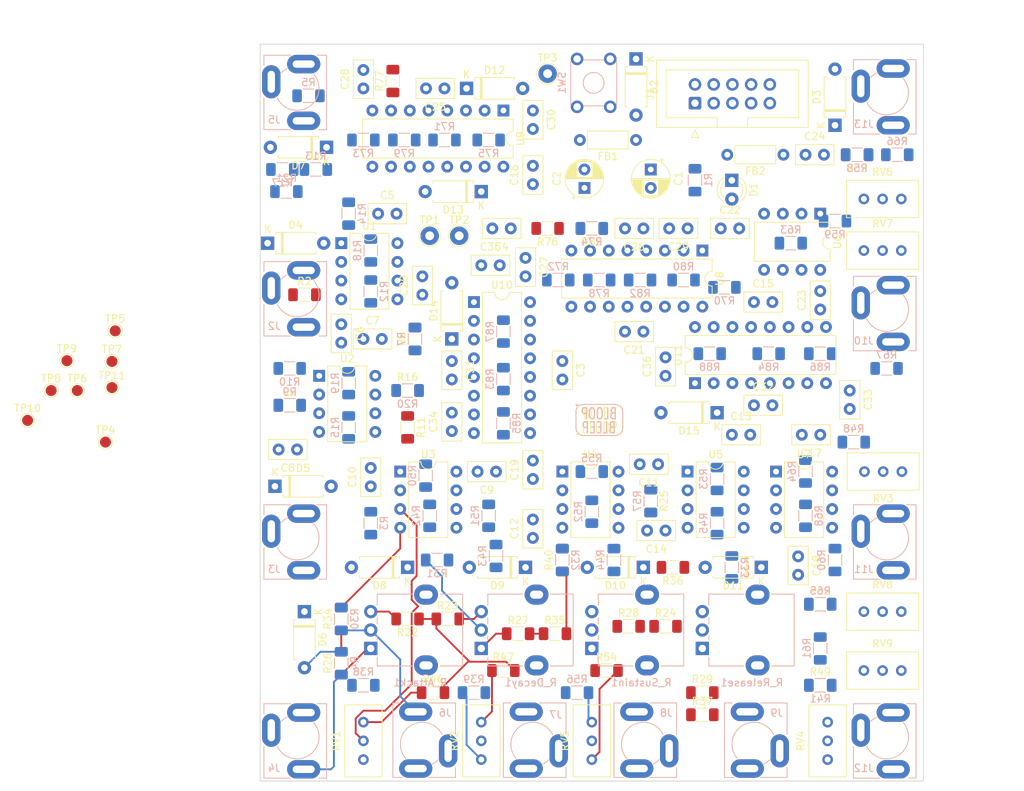
<source format=kicad_pcb>
(kicad_pcb (version 20171130) (host pcbnew "(5.1.10)-1")
  (layers (0 F.Cu signal) (31 B.Cu signal) (34 B.Paste user) (35 F.Paste user) (36 B.SilkS user) (37 F.SilkS user) (38 B.Mask user) (39 F.Mask user) (44 Edge.Cuts user))
  (net 0 "")
  (net 1 GND)
  (net 2 +12V)
  (net 3 -12V)
  (net 4 "Net-(C25-Pad1)")
  (net 5 "Net-(D1-Pad2)")
  (net 6 "Net-(D2-Pad2)")
  (net 7 -12VA)
  (net 8 +12L)
  (net 9 "Net-(D3-Pad1)")
  (net 10 "Net-(D4-Pad2)")
  (net 11 "Net-(D4-Pad1)")
  (net 12 "Net-(D5-Pad2)")
  (net 13 "Net-(D5-Pad1)")
  (net 14 "Net-(D6-Pad2)")
  (net 15 "Net-(D6-Pad1)")
  (net 16 "Net-(D7-Pad2)")
  (net 17 "Net-(D7-Pad1)")
  (net 18 /EnvelopeGnerators/Gate_C)
  (net 19 /EnvelopeGnerators/Gate_A)
  (net 20 /EnvelopeGnerators/Gate_B)
  (net 21 /EnvelopeGnerators/Gate_D)
  (net 22 "Net-(J2-PadT)")
  (net 23 "Net-(J3-PadT)")
  (net 24 "Net-(J4-PadT)")
  (net 25 "Net-(J5-PadT)")
  (net 26 "Net-(J6-PadT)")
  (net 27 "Net-(J7-PadT)")
  (net 28 "Net-(J8-PadT)")
  (net 29 "Net-(J9-PadT)")
  (net 30 "Net-(J10-PadT)")
  (net 31 "Net-(J11-PadT)")
  (net 32 "Net-(J12-PadT)")
  (net 33 "Net-(J13-PadT)")
  (net 34 /Inputs/Gate_Switch)
  (net 35 "Net-(R14-Pad1)")
  (net 36 "Net-(R15-Pad1)")
  (net 37 "Net-(R16-Pad1)")
  (net 38 "Net-(R17-Pad1)")
  (net 39 "Net-(R26-Pad1)")
  (net 40 "Net-(R27-Pad1)")
  (net 41 "Net-(R28-Pad1)")
  (net 42 "Net-(R29-Pad1)")
  (net 43 /EnvelopeGnerators/Release)
  (net 44 /EnvelopeGnerators/Attack)
  (net 45 /EnvelopeGnerators/Decay)
  (net 46 /EnvelopeGnerators/Sustain)
  (net 47 "Net-(R42-Pad1)")
  (net 48 "Net-(R43-Pad1)")
  (net 49 "Net-(R44-Pad1)")
  (net 50 "Net-(R49-Pad1)")
  (net 51 "Net-(R55-Pad1)")
  (net 52 "Net-(R56-Pad1)")
  (net 53 /Outputs/ENVELOPE_A)
  (net 54 /Outputs/ENVELOPE_C)
  (net 55 "Net-(R58-Pad2)")
  (net 56 "Net-(R65-Pad1)")
  (net 57 /Outputs/ENVELOPE_B)
  (net 58 /Outputs/ENVELOPE_D)
  (net 59 "Net-(TP5-Pad1)")
  (net 60 "Net-(TP6-Pad1)")
  (net 61 "Net-(TP7-Pad1)")
  (net 62 "Net-(TP8-Pad1)")
  (net 63 "Net-(TP9-Pad1)")
  (net 64 "Net-(TP10-Pad1)")
  (net 65 "Net-(TP11-Pad1)")
  (net 66 "Net-(R22-Pad2)")
  (net 67 "Net-(R23-Pad2)")
  (net 68 "Net-(R24-Pad2)")
  (net 69 "Net-(R25-Pad2)")
  (net 70 "Net-(R26-Pad2)")
  (net 71 "Net-(R28-Pad2)")
  (net 72 "Net-(R29-Pad2)")
  (net 73 "Net-(R38-Pad2)")
  (net 74 "Net-(R39-Pad2)")
  (net 75 "Net-(R40-Pad2)")
  (net 76 "Net-(R71-Pad2)")
  (net 77 "Net-(R75-Pad1)")
  (net 78 "Net-(R76-Pad1)")
  (net 79 "Net-(R77-Pad1)")
  (net 80 "Net-(R85-Pad2)")
  (net 81 "Net-(R86-Pad1)")
  (net 82 "Net-(RV1-Pad2)")
  (net 83 "Net-(RV2-Pad2)")
  (net 84 "Net-(RV3-Pad2)")
  (net 85 "Net-(RV4-Pad2)")
  (net 86 "Net-(RV5-Pad2)")
  (net 87 "Net-(C25-Pad2)")
  (net 88 "Net-(C26-Pad2)")
  (net 89 "Net-(C26-Pad1)")
  (net 90 "Net-(C27-Pad1)")
  (net 91 "Net-(C28-Pad1)")
  (net 92 "Net-(C29-Pad1)")
  (net 93 "Net-(C30-Pad1)")
  (net 94 "Net-(C31-Pad2)")
  (net 95 "Net-(C31-Pad1)")
  (net 96 "Net-(C32-Pad2)")
  (net 97 "Net-(C32-Pad1)")
  (net 98 "Net-(C33-Pad1)")
  (net 99 "Net-(C34-Pad1)")
  (net 100 "Net-(C35-Pad1)")
  (net 101 "Net-(C36-Pad1)")
  (net 102 "Net-(D8-Pad2)")
  (net 103 "Net-(D8-Pad1)")
  (net 104 "Net-(D9-Pad2)")
  (net 105 "Net-(D9-Pad1)")
  (net 106 "Net-(D10-Pad2)")
  (net 107 "Net-(D10-Pad1)")
  (net 108 "Net-(D11-Pad2)")
  (net 109 "Net-(D11-Pad1)")
  (net 110 "Net-(R27-Pad2)")
  (net 111 "Net-(R41-Pad2)")
  (net 112 "Net-(R45-Pad1)")
  (net 113 "Net-(R46-Pad1)")
  (net 114 "Net-(R47-Pad1)")
  (net 115 "Net-(R48-Pad1)")
  (net 116 "Net-(R52-Pad1)")
  (net 117 "Net-(R54-Pad2)")
  (net 118 "Net-(R58-Pad1)")
  (net 119 "Net-(R59-Pad2)")
  (net 120 "Net-(R59-Pad1)")
  (net 121 "Net-(R60-Pad2)")
  (net 122 "Net-(R60-Pad1)")
  (net 123 "Net-(R61-Pad2)")
  (net 124 "Net-(R61-Pad1)")
  (net 125 "Net-(R62-Pad1)")
  (net 126 "Net-(R63-Pad1)")
  (net 127 "Net-(R64-Pad1)")
  (net 128 "Net-(R70-Pad1)")
  (net 129 "Net-(R72-Pad1)")
  (net 130 "Net-(R78-Pad2)")
  (net 131 "Net-(R79-Pad2)")
  (net 132 "Net-(R87-Pad2)")
  (net 133 "Net-(R88-Pad2)")
  (net 134 "Net-(TP4-Pad1)")
  (module LED_THT:LED_D3.0mm (layer F.Cu) (at 224 48.48 270)
    (fp_text reference D1 (at 1.27 -2.96 90) (layer F.SilkS))
    (fp_text value "LED 1")
    (pad 2 thru_hole circle (at 2.54 0 270) (size 1.8 1.8) (drill 0.9) (layers *.Cu *.Mask) (net 5 "Net-(D1-Pad2)"))
    (pad 1 thru_hole rect (at 0 0 270) (size 1.8 1.8) (drill 0.9) (layers *.Cu *.Mask) (net 1 GND))
  )
  (module Capacitor_THT:C_Disc_D5.0mm_W2.5mm_P2.50mm (layer F.Cu) (at 222.5 55)
    (fp_text reference C22 (at 1.25 -2.5) (layer F.SilkS))
    (fp_text value 10nF)
    (pad 2 thru_hole circle (at 2.5 0) (size 1.6 1.6) (drill 0.8) (layers *.Cu *.Mask) (net 1 GND))
    (pad 1 thru_hole circle (at 0 0) (size 1.6 1.6) (drill 0.8) (layers *.Cu *.Mask) (net 3 -12V))
  )
  (module Capacitor_THT:C_Disc_D5.0mm_W2.5mm_P2.50mm (layer F.Cu) (at 212 69 180)
    (fp_text reference C21 (at 1.25 -2.5) (layer F.SilkS))
    (fp_text value 10nF)
    (pad 2 thru_hole circle (at 2.5 0 180) (size 1.6 1.6) (drill 0.8) (layers *.Cu *.Mask) (net 2 +12V))
    (pad 1 thru_hole circle (at 0 0 180) (size 1.6 1.6) (drill 0.8) (layers *.Cu *.Mask) (net 1 GND))
  )
  (module Capacitor_THT:C_Disc_D5.0mm_W2.5mm_P2.50mm (layer F.Cu) (at 182 64 90)
    (fp_text reference C20 (at 1.25 -2.5 90) (layer F.SilkS))
    (fp_text value 10nF)
    (pad 2 thru_hole circle (at 2.5 0 90) (size 1.6 1.6) (drill 0.8) (layers *.Cu *.Mask) (net 1 GND))
    (pad 1 thru_hole circle (at 0 0 90) (size 1.6 1.6) (drill 0.8) (layers *.Cu *.Mask) (net 3 -12V))
  )
  (module Capacitor_THT:C_Disc_D5.0mm_W2.5mm_P2.50mm (layer F.Cu) (at 197 89 90)
    (fp_text reference C19 (at 1.25 -2.5 90) (layer F.SilkS))
    (fp_text value 10nF)
    (pad 2 thru_hole circle (at 2.5 0 90) (size 1.6 1.6) (drill 0.8) (layers *.Cu *.Mask) (net 2 +12V))
    (pad 1 thru_hole circle (at 0 0 90) (size 1.6 1.6) (drill 0.8) (layers *.Cu *.Mask) (net 1 GND))
  )
  (module Package_DIP:DIP-8_W7.62mm (layer F.Cu) (at 218 88)
    (fp_text reference U5 (at 3.81 -2.33) (layer F.SilkS))
    (fp_text value LM358)
    (pad 8 thru_hole oval (at 7.62 0) (size 1.6 1.6) (drill 0.8) (layers *.Cu *.Mask) (net 2 +12V))
    (pad 4 thru_hole oval (at 0 7.62) (size 1.6 1.6) (drill 0.8) (layers *.Cu *.Mask) (net 3 -12V))
    (pad 7 thru_hole oval (at 7.62 2.54) (size 1.6 1.6) (drill 0.8) (layers *.Cu *.Mask))
    (pad 3 thru_hole oval (at 0 5.08) (size 1.6 1.6) (drill 0.8) (layers *.Cu *.Mask) (net 85 "Net-(RV4-Pad2)"))
    (pad 6 thru_hole oval (at 7.62 5.08) (size 1.6 1.6) (drill 0.8) (layers *.Cu *.Mask))
    (pad 2 thru_hole oval (at 0 2.54) (size 1.6 1.6) (drill 0.8) (layers *.Cu *.Mask) (net 112 "Net-(R45-Pad1)"))
    (pad 5 thru_hole oval (at 7.62 7.62) (size 1.6 1.6) (drill 0.8) (layers *.Cu *.Mask))
    (pad 1 thru_hole rect (at 0 0) (size 1.6 1.6) (drill 0.8) (layers *.Cu *.Mask) (net 43 /EnvelopeGnerators/Release))
  )
  (module Package_DIP:DIP-8_W7.62mm (layer F.Cu) (at 201 88)
    (fp_text reference U4 (at 3.81 -2.33) (layer F.SilkS))
    (fp_text value LM358)
    (pad 8 thru_hole oval (at 7.62 0) (size 1.6 1.6) (drill 0.8) (layers *.Cu *.Mask) (net 2 +12V))
    (pad 4 thru_hole oval (at 0 7.62) (size 1.6 1.6) (drill 0.8) (layers *.Cu *.Mask) (net 3 -12V))
    (pad 7 thru_hole oval (at 7.62 2.54) (size 1.6 1.6) (drill 0.8) (layers *.Cu *.Mask) (net 46 /EnvelopeGnerators/Sustain))
    (pad 3 thru_hole oval (at 0 5.08) (size 1.6 1.6) (drill 0.8) (layers *.Cu *.Mask) (net 84 "Net-(RV3-Pad2)"))
    (pad 6 thru_hole oval (at 7.62 5.08) (size 1.6 1.6) (drill 0.8) (layers *.Cu *.Mask) (net 51 "Net-(R55-Pad1)"))
    (pad 2 thru_hole oval (at 0 2.54) (size 1.6 1.6) (drill 0.8) (layers *.Cu *.Mask) (net 49 "Net-(R44-Pad1)"))
    (pad 5 thru_hole oval (at 7.62 7.62) (size 1.6 1.6) (drill 0.8) (layers *.Cu *.Mask) (net 86 "Net-(RV5-Pad2)"))
    (pad 1 thru_hole rect (at 0 0) (size 1.6 1.6) (drill 0.8) (layers *.Cu *.Mask) (net 116 "Net-(R52-Pad1)"))
  )
  (module Potentiometer_THT:Potentiometer_Bourns_3296W_Vertical (layer F.Cu) (at 247 115)
    (fp_text reference RV9 (at -2.54 -3.66) (layer F.SilkS))
    (fp_text value 100k)
    (pad 3 thru_hole circle (at -5.08 0) (size 1.44 1.44) (drill 0.8) (layers *.Cu *.Mask) (net 3 -12V))
    (pad 2 thru_hole circle (at -2.54 0) (size 1.44 1.44) (drill 0.8) (layers *.Cu *.Mask) (net 123 "Net-(R61-Pad2)"))
    (pad 1 thru_hole circle (at 0 0) (size 1.44 1.44) (drill 0.8) (layers *.Cu *.Mask) (net 2 +12V))
  )
  (module Potentiometer_THT:Potentiometer_Bourns_3296W_Vertical (layer F.Cu) (at 247 107)
    (fp_text reference RV8 (at -2.54 -3.66) (layer F.SilkS))
    (fp_text value 100k)
    (pad 3 thru_hole circle (at -5.08 0) (size 1.44 1.44) (drill 0.8) (layers *.Cu *.Mask) (net 3 -12V))
    (pad 2 thru_hole circle (at -2.54 0) (size 1.44 1.44) (drill 0.8) (layers *.Cu *.Mask) (net 121 "Net-(R60-Pad2)"))
    (pad 1 thru_hole circle (at 0 0) (size 1.44 1.44) (drill 0.8) (layers *.Cu *.Mask) (net 2 +12V))
  )
  (module Potentiometer_THT:Potentiometer_Bourns_3296W_Vertical (layer F.Cu) (at 247 58)
    (fp_text reference RV7 (at -2.54 -3.66) (layer F.SilkS))
    (fp_text value 100k)
    (pad 3 thru_hole circle (at -5.08 0) (size 1.44 1.44) (drill 0.8) (layers *.Cu *.Mask) (net 3 -12V))
    (pad 2 thru_hole circle (at -2.54 0) (size 1.44 1.44) (drill 0.8) (layers *.Cu *.Mask) (net 119 "Net-(R59-Pad2)"))
    (pad 1 thru_hole circle (at 0 0) (size 1.44 1.44) (drill 0.8) (layers *.Cu *.Mask) (net 2 +12V))
  )
  (module Potentiometer_THT:Potentiometer_Bourns_3296W_Vertical (layer F.Cu) (at 247 51)
    (fp_text reference RV6 (at -2.54 -3.66) (layer F.SilkS))
    (fp_text value 100k)
    (pad 3 thru_hole circle (at -5.08 0) (size 1.44 1.44) (drill 0.8) (layers *.Cu *.Mask) (net 3 -12V))
    (pad 2 thru_hole circle (at -2.54 0) (size 1.44 1.44) (drill 0.8) (layers *.Cu *.Mask) (net 55 "Net-(R58-Pad2)"))
    (pad 1 thru_hole circle (at 0 0) (size 1.44 1.44) (drill 0.8) (layers *.Cu *.Mask) (net 2 +12V))
  )
  (module Potentiometer_THT:Potentiometer_Bourns_3296W_Vertical (layer F.Cu) (at 205 122 90)
    (fp_text reference RV5 (at -2.54 -3.66 90) (layer F.SilkS))
    (fp_text value 1k)
    (pad 3 thru_hole circle (at -5.08 0 90) (size 1.44 1.44) (drill 0.8) (layers *.Cu *.Mask) (net 117 "Net-(R54-Pad2)"))
    (pad 2 thru_hole circle (at -2.54 0 90) (size 1.44 1.44) (drill 0.8) (layers *.Cu *.Mask) (net 86 "Net-(RV5-Pad2)"))
    (pad 1 thru_hole circle (at 0 0 90) (size 1.44 1.44) (drill 0.8) (layers *.Cu *.Mask) (net 52 "Net-(R56-Pad1)"))
  )
  (module Potentiometer_THT:Potentiometer_Bourns_3296W_Vertical (layer F.Cu) (at 237 122 90)
    (fp_text reference RV4 (at -2.54 -3.66 90) (layer F.SilkS))
    (fp_text value 1k)
    (pad 3 thru_hole circle (at -5.08 0 90) (size 1.44 1.44) (drill 0.8) (layers *.Cu *.Mask) (net 111 "Net-(R41-Pad2)"))
    (pad 2 thru_hole circle (at -2.54 0 90) (size 1.44 1.44) (drill 0.8) (layers *.Cu *.Mask) (net 85 "Net-(RV4-Pad2)"))
    (pad 1 thru_hole circle (at 0 0 90) (size 1.44 1.44) (drill 0.8) (layers *.Cu *.Mask) (net 50 "Net-(R49-Pad1)"))
  )
  (module Potentiometer_THT:Potentiometer_Bourns_3296W_Vertical (layer F.Cu) (at 242 88 180)
    (fp_text reference RV3 (at -2.54 -3.66) (layer F.SilkS))
    (fp_text value 1k)
    (pad 3 thru_hole circle (at -5.08 0 180) (size 1.44 1.44) (drill 0.8) (layers *.Cu *.Mask) (net 75 "Net-(R40-Pad2)"))
    (pad 2 thru_hole circle (at -2.54 0 180) (size 1.44 1.44) (drill 0.8) (layers *.Cu *.Mask) (net 84 "Net-(RV3-Pad2)"))
    (pad 1 thru_hole circle (at 0 0 180) (size 1.44 1.44) (drill 0.8) (layers *.Cu *.Mask) (net 115 "Net-(R48-Pad1)"))
  )
  (module Potentiometer_THT:Potentiometer_Bourns_3296W_Vertical (layer F.Cu) (at 190 122 90)
    (fp_text reference RV2 (at -2.54 -3.66 90) (layer F.SilkS))
    (fp_text value 1k)
    (pad 3 thru_hole circle (at -5.08 0 90) (size 1.44 1.44) (drill 0.8) (layers *.Cu *.Mask) (net 74 "Net-(R39-Pad2)"))
    (pad 2 thru_hole circle (at -2.54 0 90) (size 1.44 1.44) (drill 0.8) (layers *.Cu *.Mask) (net 83 "Net-(RV2-Pad2)"))
    (pad 1 thru_hole circle (at 0 0 90) (size 1.44 1.44) (drill 0.8) (layers *.Cu *.Mask) (net 114 "Net-(R47-Pad1)"))
  )
  (module Potentiometer_THT:Potentiometer_Bourns_3296W_Vertical (layer F.Cu) (at 174 122 90)
    (fp_text reference RV1 (at -2.54 -3.66 90) (layer F.SilkS))
    (fp_text value 1k)
    (pad 3 thru_hole circle (at -5.08 0 90) (size 1.44 1.44) (drill 0.8) (layers *.Cu *.Mask) (net 73 "Net-(R38-Pad2)"))
    (pad 2 thru_hole circle (at -2.54 0 90) (size 1.44 1.44) (drill 0.8) (layers *.Cu *.Mask) (net 82 "Net-(RV1-Pad2)"))
    (pad 1 thru_hole circle (at 0 0 90) (size 1.44 1.44) (drill 0.8) (layers *.Cu *.Mask) (net 113 "Net-(R46-Pad1)"))
  )
  (module Potentiometer_THT:Potentiometer_Alpha_RD901F-40-00D_Single_Vertical (layer B.Cu) (at 220 112)
    (fp_text reference R_Release1 (at 6.71 4.64 -180) (layer B.SilkS) (effects (justify mirror)))
    (fp_text value 100k)
    (pad "" thru_hole oval (at 7.5 2.3 270) (size 2.72 3.24) (drill oval 1.1 1.8) (layers *.Cu *.Mask))
    (pad "" thru_hole oval (at 7.5 -7.3 270) (size 2.72 3.24) (drill oval 1.1 1.8) (layers *.Cu *.Mask))
    (pad 3 thru_hole circle (at 0 -5 270) (size 1.8 1.8) (drill 1) (layers *.Cu *.Mask) (net 69 "Net-(R25-Pad2)"))
    (pad 2 thru_hole circle (at 0 -2.5 270) (size 1.8 1.8) (drill 1) (layers *.Cu *.Mask) (net 29 "Net-(J9-PadT)"))
    (pad 1 thru_hole rect (at 0 0 270) (size 1.8 1.8) (drill 1) (layers *.Cu *.Mask) (net 42 "Net-(R29-Pad1)"))
  )
  (module Potentiometer_THT:Potentiometer_Alpha_RD901F-40-00D_Single_Vertical (layer B.Cu) (at 205 112)
    (fp_text reference R_Sustain1 (at 6.71 4.64 -180) (layer B.SilkS) (effects (justify mirror)))
    (fp_text value 100k)
    (pad "" thru_hole oval (at 7.5 2.3 270) (size 2.72 3.24) (drill oval 1.1 1.8) (layers *.Cu *.Mask))
    (pad "" thru_hole oval (at 7.5 -7.3 270) (size 2.72 3.24) (drill oval 1.1 1.8) (layers *.Cu *.Mask))
    (pad 3 thru_hole circle (at 0 -5 270) (size 1.8 1.8) (drill 1) (layers *.Cu *.Mask) (net 68 "Net-(R24-Pad2)"))
    (pad 2 thru_hole circle (at 0 -2.5 270) (size 1.8 1.8) (drill 1) (layers *.Cu *.Mask) (net 28 "Net-(J8-PadT)"))
    (pad 1 thru_hole rect (at 0 0 270) (size 1.8 1.8) (drill 1) (layers *.Cu *.Mask) (net 41 "Net-(R28-Pad1)"))
  )
  (module Potentiometer_THT:Potentiometer_Alpha_RD901F-40-00D_Single_Vertical (layer B.Cu) (at 190 112)
    (fp_text reference R_Decay1 (at 6.71 4.64 -180) (layer B.SilkS) (effects (justify mirror)))
    (fp_text value 100k)
    (pad "" thru_hole oval (at 7.5 2.3 270) (size 2.72 3.24) (drill oval 1.1 1.8) (layers *.Cu *.Mask))
    (pad "" thru_hole oval (at 7.5 -7.3 270) (size 2.72 3.24) (drill oval 1.1 1.8) (layers *.Cu *.Mask))
    (pad 3 thru_hole circle (at 0 -5 270) (size 1.8 1.8) (drill 1) (layers *.Cu *.Mask) (net 67 "Net-(R23-Pad2)"))
    (pad 2 thru_hole circle (at 0 -2.5 270) (size 1.8 1.8) (drill 1) (layers *.Cu *.Mask) (net 27 "Net-(J7-PadT)"))
    (pad 1 thru_hole rect (at 0 0 270) (size 1.8 1.8) (drill 1) (layers *.Cu *.Mask) (net 40 "Net-(R27-Pad1)"))
  )
  (module Potentiometer_THT:Potentiometer_Alpha_RD901F-40-00D_Single_Vertical (layer B.Cu) (at 175 112)
    (fp_text reference R_Attack1 (at 6.71 4.64 -180) (layer B.SilkS) (effects (justify mirror)))
    (fp_text value 100k)
    (pad "" thru_hole oval (at 7.5 2.3 270) (size 2.72 3.24) (drill oval 1.1 1.8) (layers *.Cu *.Mask))
    (pad "" thru_hole oval (at 7.5 -7.3 270) (size 2.72 3.24) (drill oval 1.1 1.8) (layers *.Cu *.Mask))
    (pad 3 thru_hole circle (at 0 -5 270) (size 1.8 1.8) (drill 1) (layers *.Cu *.Mask) (net 66 "Net-(R22-Pad2)"))
    (pad 2 thru_hole circle (at 0 -2.5 270) (size 1.8 1.8) (drill 1) (layers *.Cu *.Mask) (net 26 "Net-(J6-PadT)"))
    (pad 1 thru_hole rect (at 0 0 270) (size 1.8 1.8) (drill 1) (layers *.Cu *.Mask) (net 39 "Net-(R26-Pad1)"))
  )
  (module Resistor_SMD:R_1206_3216Metric_Pad1.30x1.75mm_HandSolder (layer B.Cu) (at 213 92 270)
    (fp_text reference R57 (at 0 1.82 90) (layer B.SilkS) (effects (justify mirror)))
    (fp_text value 100k)
    (pad 2 smd roundrect (at 1.55 0 270) (size 1.3 1.75) (layers B.Cu B.Paste B.Mask) (roundrect_rratio 0.192308) (net 51 "Net-(R55-Pad1)"))
    (pad 1 smd roundrect (at -1.55 0 270) (size 1.3 1.75) (layers B.Cu B.Paste B.Mask) (roundrect_rratio 0.192308) (net 46 /EnvelopeGnerators/Sustain))
  )
  (module Resistor_SMD:R_1206_3216Metric_Pad1.30x1.75mm_HandSolder (layer B.Cu) (at 203 118 180)
    (fp_text reference R56 (at 0 1.82) (layer B.SilkS) (effects (justify mirror)))
    (fp_text value 39k)
    (pad 2 smd roundrect (at 1.55 0 180) (size 1.3 1.75) (layers B.Cu B.Paste B.Mask) (roundrect_rratio 0.192308) (net 3 -12V))
    (pad 1 smd roundrect (at -1.55 0 180) (size 1.3 1.75) (layers B.Cu B.Paste B.Mask) (roundrect_rratio 0.192308) (net 52 "Net-(R56-Pad1)"))
  )
  (module Resistor_SMD:R_1206_3216Metric_Pad1.30x1.75mm_HandSolder (layer B.Cu) (at 205 88 180)
    (fp_text reference R55 (at 0 1.82) (layer B.SilkS) (effects (justify mirror)))
    (fp_text value 100k)
    (pad 2 smd roundrect (at 1.55 0 180) (size 1.3 1.75) (layers B.Cu B.Paste B.Mask) (roundrect_rratio 0.192308) (net 116 "Net-(R52-Pad1)"))
    (pad 1 smd roundrect (at -1.55 0 180) (size 1.3 1.75) (layers B.Cu B.Paste B.Mask) (roundrect_rratio 0.192308) (net 51 "Net-(R55-Pad1)"))
  )
  (module Resistor_SMD:R_1206_3216Metric_Pad1.30x1.75mm_HandSolder (layer F.Cu) (at 207 115)
    (fp_text reference R54 (at 0 -1.82) (layer F.SilkS))
    (fp_text value 39k)
    (pad 2 smd roundrect (at 1.55 0) (size 1.3 1.75) (layers F.Cu F.Paste F.Mask) (roundrect_rratio 0.192308) (net 117 "Net-(R54-Pad2)"))
    (pad 1 smd roundrect (at -1.55 0) (size 1.3 1.75) (layers F.Cu F.Paste F.Mask) (roundrect_rratio 0.192308) (net 2 +12V))
  )
  (module Resistor_SMD:R_1206_3216Metric_Pad1.30x1.75mm_HandSolder (layer B.Cu) (at 222 89 270)
    (fp_text reference R53 (at 0 1.82 90) (layer B.SilkS) (effects (justify mirror)))
    (fp_text value 100k)
    (pad 2 smd roundrect (at 1.55 0 270) (size 1.3 1.75) (layers B.Cu B.Paste B.Mask) (roundrect_rratio 0.192308) (net 112 "Net-(R45-Pad1)"))
    (pad 1 smd roundrect (at -1.55 0 270) (size 1.3 1.75) (layers B.Cu B.Paste B.Mask) (roundrect_rratio 0.192308) (net 43 /EnvelopeGnerators/Release))
  )
  (module Resistor_SMD:R_1206_3216Metric_Pad1.30x1.75mm_HandSolder (layer B.Cu) (at 205 93.449999 270)
    (fp_text reference R52 (at 0 1.82 90) (layer B.SilkS) (effects (justify mirror)))
    (fp_text value 100k)
    (pad 2 smd roundrect (at 1.55 0 270) (size 1.3 1.75) (layers B.Cu B.Paste B.Mask) (roundrect_rratio 0.192308) (net 49 "Net-(R44-Pad1)"))
    (pad 1 smd roundrect (at -1.55 0 270) (size 1.3 1.75) (layers B.Cu B.Paste B.Mask) (roundrect_rratio 0.192308) (net 116 "Net-(R52-Pad1)"))
  )
  (module Resistor_SMD:R_1206_3216Metric_Pad1.30x1.75mm_HandSolder (layer B.Cu) (at 191 94 270)
    (fp_text reference R51 (at 0 1.82 90) (layer B.SilkS) (effects (justify mirror)))
    (fp_text value 100k)
    (pad 2 smd roundrect (at 1.55 0 270) (size 1.3 1.75) (layers B.Cu B.Paste B.Mask) (roundrect_rratio 0.192308) (net 48 "Net-(R43-Pad1)"))
    (pad 1 smd roundrect (at -1.55 0 270) (size 1.3 1.75) (layers B.Cu B.Paste B.Mask) (roundrect_rratio 0.192308) (net 45 /EnvelopeGnerators/Decay))
  )
  (module Resistor_SMD:R_1206_3216Metric_Pad1.30x1.75mm_HandSolder (layer F.Cu) (at 236 117)
    (fp_text reference R49 (at 0 -1.82) (layer F.SilkS))
    (fp_text value 39k)
    (pad 2 smd roundrect (at 1.55 0) (size 1.3 1.75) (layers F.Cu F.Paste F.Mask) (roundrect_rratio 0.192308) (net 2 +12V))
    (pad 1 smd roundrect (at -1.55 0) (size 1.3 1.75) (layers F.Cu F.Paste F.Mask) (roundrect_rratio 0.192308) (net 50 "Net-(R49-Pad1)"))
  )
  (module Resistor_SMD:R_1206_3216Metric_Pad1.30x1.75mm_HandSolder (layer B.Cu) (at 240.55 84 180)
    (fp_text reference R48 (at 0 1.82) (layer B.SilkS) (effects (justify mirror)))
    (fp_text value 39k)
    (pad 2 smd roundrect (at 1.55 0 180) (size 1.3 1.75) (layers B.Cu B.Paste B.Mask) (roundrect_rratio 0.192308) (net 2 +12V))
    (pad 1 smd roundrect (at -1.55 0 180) (size 1.3 1.75) (layers B.Cu B.Paste B.Mask) (roundrect_rratio 0.192308) (net 115 "Net-(R48-Pad1)"))
  )
  (module Resistor_SMD:R_1206_3216Metric_Pad1.30x1.75mm_HandSolder (layer F.Cu) (at 193 115)
    (fp_text reference R47 (at 0 -1.82) (layer F.SilkS))
    (fp_text value 39k)
    (pad 2 smd roundrect (at 1.55 0) (size 1.3 1.75) (layers F.Cu F.Paste F.Mask) (roundrect_rratio 0.192308) (net 2 +12V))
    (pad 1 smd roundrect (at -1.55 0) (size 1.3 1.75) (layers F.Cu F.Paste F.Mask) (roundrect_rratio 0.192308) (net 114 "Net-(R47-Pad1)"))
  )
  (module Resistor_SMD:R_1206_3216Metric_Pad1.30x1.75mm_HandSolder (layer F.Cu) (at 183.45 118)
    (fp_text reference R46 (at 0 -1.82) (layer F.SilkS))
    (fp_text value 39k)
    (pad 2 smd roundrect (at 1.55 0) (size 1.3 1.75) (layers F.Cu F.Paste F.Mask) (roundrect_rratio 0.192308) (net 2 +12V))
    (pad 1 smd roundrect (at -1.55 0) (size 1.3 1.75) (layers F.Cu F.Paste F.Mask) (roundrect_rratio 0.192308) (net 113 "Net-(R46-Pad1)"))
  )
  (module Resistor_SMD:R_1206_3216Metric_Pad1.30x1.75mm_HandSolder (layer B.Cu) (at 222 95 270)
    (fp_text reference R45 (at 0 1.82 90) (layer B.SilkS) (effects (justify mirror)))
    (fp_text value 200k)
    (pad 2 smd roundrect (at 1.55 0 270) (size 1.3 1.75) (layers B.Cu B.Paste B.Mask) (roundrect_rratio 0.192308) (net 109 "Net-(D11-Pad1)"))
    (pad 1 smd roundrect (at -1.55 0 270) (size 1.3 1.75) (layers B.Cu B.Paste B.Mask) (roundrect_rratio 0.192308) (net 112 "Net-(R45-Pad1)"))
  )
  (module Resistor_SMD:R_1206_3216Metric_Pad1.30x1.75mm_HandSolder (layer B.Cu) (at 208 100 270)
    (fp_text reference R44 (at 0 1.82 90) (layer B.SilkS) (effects (justify mirror)))
    (fp_text value 200k)
    (pad 2 smd roundrect (at 1.55 0 270) (size 1.3 1.75) (layers B.Cu B.Paste B.Mask) (roundrect_rratio 0.192308) (net 107 "Net-(D10-Pad1)"))
    (pad 1 smd roundrect (at -1.55 0 270) (size 1.3 1.75) (layers B.Cu B.Paste B.Mask) (roundrect_rratio 0.192308) (net 49 "Net-(R44-Pad1)"))
  )
  (module Resistor_SMD:R_1206_3216Metric_Pad1.30x1.75mm_HandSolder (layer B.Cu) (at 192 99.449999 270)
    (fp_text reference R43 (at 0 1.82 90) (layer B.SilkS) (effects (justify mirror)))
    (fp_text value 200k)
    (pad 2 smd roundrect (at 1.55 0 270) (size 1.3 1.75) (layers B.Cu B.Paste B.Mask) (roundrect_rratio 0.192308) (net 105 "Net-(D9-Pad1)"))
    (pad 1 smd roundrect (at -1.55 0 270) (size 1.3 1.75) (layers B.Cu B.Paste B.Mask) (roundrect_rratio 0.192308) (net 48 "Net-(R43-Pad1)"))
  )
  (module Resistor_SMD:R_1206_3216Metric_Pad1.30x1.75mm_HandSolder (layer B.Cu) (at 236 117)
    (fp_text reference R41 (at 0 1.82 180) (layer B.SilkS) (effects (justify mirror)))
    (fp_text value 39k)
    (pad 2 smd roundrect (at 1.55 0) (size 1.3 1.75) (layers B.Cu B.Paste B.Mask) (roundrect_rratio 0.192308) (net 111 "Net-(R41-Pad2)"))
    (pad 1 smd roundrect (at -1.55 0) (size 1.3 1.75) (layers B.Cu B.Paste B.Mask) (roundrect_rratio 0.192308) (net 3 -12V))
  )
  (module Resistor_SMD:R_1206_3216Metric_Pad1.30x1.75mm_HandSolder (layer F.Cu) (at 201 100 90)
    (fp_text reference R40 (at 0 -1.82 90) (layer F.SilkS))
    (fp_text value 39k)
    (pad 2 smd roundrect (at 1.55 0 90) (size 1.3 1.75) (layers F.Cu F.Paste F.Mask) (roundrect_rratio 0.192308) (net 75 "Net-(R40-Pad2)"))
    (pad 1 smd roundrect (at -1.55 0 90) (size 1.3 1.75) (layers F.Cu F.Paste F.Mask) (roundrect_rratio 0.192308) (net 3 -12V))
  )
  (module Resistor_SMD:R_1206_3216Metric_Pad1.30x1.75mm_HandSolder (layer B.Cu) (at 189 118 180)
    (fp_text reference R39 (at 0 1.82 180) (layer B.SilkS) (effects (justify mirror)))
    (fp_text value 39k)
    (pad 2 smd roundrect (at 1.55 0 180) (size 1.3 1.75) (layers B.Cu B.Paste B.Mask) (roundrect_rratio 0.192308) (net 74 "Net-(R39-Pad2)"))
    (pad 1 smd roundrect (at -1.55 0 180) (size 1.3 1.75) (layers B.Cu B.Paste B.Mask) (roundrect_rratio 0.192308) (net 3 -12V))
  )
  (module Resistor_SMD:R_1206_3216Metric_Pad1.30x1.75mm_HandSolder (layer B.Cu) (at 174 117 180)
    (fp_text reference R38 (at 0 1.82) (layer B.SilkS) (effects (justify mirror)))
    (fp_text value 39k)
    (pad 2 smd roundrect (at 1.55 0 180) (size 1.3 1.75) (layers B.Cu B.Paste B.Mask) (roundrect_rratio 0.192308) (net 73 "Net-(R38-Pad2)"))
    (pad 1 smd roundrect (at -1.55 0 180) (size 1.3 1.75) (layers B.Cu B.Paste B.Mask) (roundrect_rratio 0.192308) (net 3 -12V))
  )
  (module Resistor_SMD:R_1206_3216Metric_Pad1.30x1.75mm_HandSolder (layer F.Cu) (at 220 121)
    (fp_text reference R37 (at 0 -1.82) (layer F.SilkS))
    (fp_text value 10k)
    (pad 2 smd roundrect (at 1.55 0) (size 1.3 1.75) (layers F.Cu F.Paste F.Mask) (roundrect_rratio 0.192308) (net 3 -12V))
    (pad 1 smd roundrect (at -1.55 0) (size 1.3 1.75) (layers F.Cu F.Paste F.Mask) (roundrect_rratio 0.192308) (net 72 "Net-(R29-Pad2)"))
  )
  (module Resistor_SMD:R_1206_3216Metric_Pad1.30x1.75mm_HandSolder (layer F.Cu) (at 216 101 180)
    (fp_text reference R36 (at 0 -1.82) (layer F.SilkS))
    (fp_text value 10k)
    (pad 2 smd roundrect (at 1.55 0 180) (size 1.3 1.75) (layers F.Cu F.Paste F.Mask) (roundrect_rratio 0.192308) (net 3 -12V))
    (pad 1 smd roundrect (at -1.55 0 180) (size 1.3 1.75) (layers F.Cu F.Paste F.Mask) (roundrect_rratio 0.192308) (net 71 "Net-(R28-Pad2)"))
  )
  (module Resistor_SMD:R_1206_3216Metric_Pad1.30x1.75mm_HandSolder (layer F.Cu) (at 200 110)
    (fp_text reference R35 (at 0 -1.82) (layer F.SilkS))
    (fp_text value 10k)
    (pad 2 smd roundrect (at 1.55 0) (size 1.3 1.75) (layers F.Cu F.Paste F.Mask) (roundrect_rratio 0.192308) (net 3 -12V))
    (pad 1 smd roundrect (at -1.55 0) (size 1.3 1.75) (layers F.Cu F.Paste F.Mask) (roundrect_rratio 0.192308) (net 110 "Net-(R27-Pad2)"))
  )
  (module Resistor_SMD:R_1206_3216Metric_Pad1.30x1.75mm_HandSolder (layer B.Cu) (at 221 72)
    (fp_text reference R88 (at 0 1.82) (layer B.SilkS) (effects (justify mirror)))
    (fp_text value 30k)
    (pad 2 smd roundrect (at 1.55 0) (size 1.3 1.75) (layers B.Cu B.Paste B.Mask) (roundrect_rratio 0.192308) (net 133 "Net-(R88-Pad2)"))
    (pad 1 smd roundrect (at -1.55 0) (size 1.3 1.75) (layers B.Cu B.Paste B.Mask) (roundrect_rratio 0.192308) (net 58 /Outputs/ENVELOPE_D))
  )
  (module Resistor_SMD:R_1206_3216Metric_Pad1.30x1.75mm_HandSolder (layer B.Cu) (at 193 69 270)
    (fp_text reference R87 (at 0 1.82 90) (layer B.SilkS) (effects (justify mirror)))
    (fp_text value 30k)
    (pad 2 smd roundrect (at 1.55 0 270) (size 1.3 1.75) (layers B.Cu B.Paste B.Mask) (roundrect_rratio 0.192308) (net 132 "Net-(R87-Pad2)"))
    (pad 1 smd roundrect (at -1.55 0 270) (size 1.3 1.75) (layers B.Cu B.Paste B.Mask) (roundrect_rratio 0.192308) (net 57 /Outputs/ENVELOPE_B))
  )
  (module Resistor_SMD:R_1206_3216Metric_Pad1.30x1.75mm_HandSolder (layer B.Cu) (at 236 72)
    (fp_text reference R86 (at 0 1.82) (layer B.SilkS) (effects (justify mirror)))
    (fp_text value 470)
    (pad 2 smd roundrect (at 1.55 0) (size 1.3 1.75) (layers B.Cu B.Paste B.Mask) (roundrect_rratio 0.192308) (net 3 -12V))
    (pad 1 smd roundrect (at -1.55 0) (size 1.3 1.75) (layers B.Cu B.Paste B.Mask) (roundrect_rratio 0.192308) (net 81 "Net-(R86-Pad1)"))
  )
  (module Resistor_SMD:R_1206_3216Metric_Pad1.30x1.75mm_HandSolder (layer B.Cu) (at 193 81.449999 90)
    (fp_text reference R85 (at 0 1.82 270) (layer B.SilkS) (effects (justify mirror)))
    (fp_text value 470)
    (pad 2 smd roundrect (at 1.55 0 90) (size 1.3 1.75) (layers B.Cu B.Paste B.Mask) (roundrect_rratio 0.192308) (net 80 "Net-(R85-Pad2)"))
    (pad 1 smd roundrect (at -1.55 0 90) (size 1.3 1.75) (layers B.Cu B.Paste B.Mask) (roundrect_rratio 0.192308) (net 3 -12V))
  )
  (module Resistor_SMD:R_1206_3216Metric_Pad1.30x1.75mm_HandSolder (layer B.Cu) (at 229 72)
    (fp_text reference R84 (at 0 1.82) (layer B.SilkS) (effects (justify mirror)))
    (fp_text value 10k)
    (pad 2 smd roundrect (at 1.55 0) (size 1.3 1.75) (layers B.Cu B.Paste B.Mask) (roundrect_rratio 0.192308) (net 1 GND))
    (pad 1 smd roundrect (at -1.55 0) (size 1.3 1.75) (layers B.Cu B.Paste B.Mask) (roundrect_rratio 0.192308) (net 97 "Net-(C32-Pad1)"))
  )
  (module Resistor_SMD:R_1206_3216Metric_Pad1.30x1.75mm_HandSolder (layer B.Cu) (at 193 75.45 270)
    (fp_text reference R83 (at 0 1.82 270) (layer B.SilkS) (effects (justify mirror)))
    (fp_text value 10k)
    (pad 2 smd roundrect (at 1.55 0 270) (size 1.3 1.75) (layers B.Cu B.Paste B.Mask) (roundrect_rratio 0.192308) (net 1 GND))
    (pad 1 smd roundrect (at -1.55 0 270) (size 1.3 1.75) (layers B.Cu B.Paste B.Mask) (roundrect_rratio 0.192308) (net 95 "Net-(C31-Pad1)"))
  )
  (module Resistor_SMD:R_1206_3216Metric_Pad1.30x1.75mm_HandSolder (layer B.Cu) (at 211.550001 62)
    (fp_text reference R82 (at 0 1.82) (layer B.SilkS) (effects (justify mirror)))
    (fp_text value 470)
    (pad 2 smd roundrect (at 1.55 0) (size 1.3 1.75) (layers B.Cu B.Paste B.Mask) (roundrect_rratio 0.192308) (net 1 GND))
    (pad 1 smd roundrect (at -1.55 0) (size 1.3 1.75) (layers B.Cu B.Paste B.Mask) (roundrect_rratio 0.192308) (net 77 "Net-(R75-Pad1)"))
  )
  (module Resistor_SMD:R_1206_3216Metric_Pad1.30x1.75mm_HandSolder (layer F.Cu) (at 204.999999 55 180)
    (fp_text reference R81 (at 0 -1.82 180) (layer F.SilkS))
    (fp_text value 470)
    (pad 2 smd roundrect (at 1.55 0 180) (size 1.3 1.75) (layers F.Cu F.Paste F.Mask) (roundrect_rratio 0.192308) (net 1 GND))
    (pad 1 smd roundrect (at -1.55 0 180) (size 1.3 1.75) (layers F.Cu F.Paste F.Mask) (roundrect_rratio 0.192308) (net 76 "Net-(R71-Pad2)"))
  )
  (module Resistor_SMD:R_1206_3216Metric_Pad1.30x1.75mm_HandSolder (layer B.Cu) (at 217.45 62 180)
    (fp_text reference R80 (at 0 1.82) (layer B.SilkS) (effects (justify mirror)))
    (fp_text value 470)
    (pad 2 smd roundrect (at 1.55 0 180) (size 1.3 1.75) (layers B.Cu B.Paste B.Mask) (roundrect_rratio 0.192308) (net 1 GND))
    (pad 1 smd roundrect (at -1.55 0 180) (size 1.3 1.75) (layers B.Cu B.Paste B.Mask) (roundrect_rratio 0.192308) (net 128 "Net-(R70-Pad1)"))
  )
  (module Resistor_SMD:R_1206_3216Metric_Pad1.30x1.75mm_HandSolder (layer B.Cu) (at 179.550001 43)
    (fp_text reference R79 (at 0 1.82 180) (layer B.SilkS) (effects (justify mirror)))
    (fp_text value 30k)
    (pad 2 smd roundrect (at 1.55 0) (size 1.3 1.75) (layers B.Cu B.Paste B.Mask) (roundrect_rratio 0.192308) (net 131 "Net-(R79-Pad2)"))
    (pad 1 smd roundrect (at -1.55 0) (size 1.3 1.75) (layers B.Cu B.Paste B.Mask) (roundrect_rratio 0.192308) (net 54 /Outputs/ENVELOPE_C))
  )
  (module Resistor_SMD:R_1206_3216Metric_Pad1.30x1.75mm_HandSolder (layer B.Cu) (at 206 62)
    (fp_text reference R78 (at 0 1.82 180) (layer B.SilkS) (effects (justify mirror)))
    (fp_text value 30k)
    (pad 2 smd roundrect (at 1.55 0) (size 1.3 1.75) (layers B.Cu B.Paste B.Mask) (roundrect_rratio 0.192308) (net 130 "Net-(R78-Pad2)"))
    (pad 1 smd roundrect (at -1.55 0) (size 1.3 1.75) (layers B.Cu B.Paste B.Mask) (roundrect_rratio 0.192308) (net 53 /Outputs/ENVELOPE_A))
  )
  (module Resistor_SMD:R_1206_3216Metric_Pad1.30x1.75mm_HandSolder (layer F.Cu) (at 178 35 90)
    (fp_text reference R77 (at 0 -1.82 90) (layer F.SilkS))
    (fp_text value 470)
    (pad 2 smd roundrect (at 1.55 0 90) (size 1.3 1.75) (layers F.Cu F.Paste F.Mask) (roundrect_rratio 0.192308) (net 3 -12V))
    (pad 1 smd roundrect (at -1.55 0 90) (size 1.3 1.75) (layers F.Cu F.Paste F.Mask) (roundrect_rratio 0.192308) (net 79 "Net-(R77-Pad1)"))
  )
  (module Resistor_SMD:R_1206_3216Metric_Pad1.30x1.75mm_HandSolder (layer F.Cu) (at 199 55 180)
    (fp_text reference R76 (at 0 -1.82) (layer F.SilkS))
    (fp_text value 470)
    (pad 2 smd roundrect (at 1.55 0 180) (size 1.3 1.75) (layers F.Cu F.Paste F.Mask) (roundrect_rratio 0.192308) (net 3 -12V))
    (pad 1 smd roundrect (at -1.55 0 180) (size 1.3 1.75) (layers F.Cu F.Paste F.Mask) (roundrect_rratio 0.192308) (net 78 "Net-(R76-Pad1)"))
  )
  (module Resistor_SMD:R_1206_3216Metric_Pad1.30x1.75mm_HandSolder (layer B.Cu) (at 191 43)
    (fp_text reference R75 (at 0 1.82) (layer B.SilkS) (effects (justify mirror)))
    (fp_text value 10k)
    (pad 2 smd roundrect (at 1.55 0) (size 1.3 1.75) (layers B.Cu B.Paste B.Mask) (roundrect_rratio 0.192308) (net 43 /EnvelopeGnerators/Release))
    (pad 1 smd roundrect (at -1.55 0) (size 1.3 1.75) (layers B.Cu B.Paste B.Mask) (roundrect_rratio 0.192308) (net 77 "Net-(R75-Pad1)"))
  )
  (module Resistor_SMD:R_1206_3216Metric_Pad1.30x1.75mm_HandSolder (layer B.Cu) (at 204.999999 55)
    (fp_text reference R74 (at 0 1.82 180) (layer B.SilkS) (effects (justify mirror)))
    (fp_text value 10k)
    (pad 2 smd roundrect (at 1.55 0) (size 1.3 1.75) (layers B.Cu B.Paste B.Mask) (roundrect_rratio 0.192308) (net 1 GND))
    (pad 1 smd roundrect (at -1.55 0) (size 1.3 1.75) (layers B.Cu B.Paste B.Mask) (roundrect_rratio 0.192308) (net 89 "Net-(C26-Pad1)"))
  )
  (module Resistor_SMD:R_1206_3216Metric_Pad1.30x1.75mm_HandSolder (layer B.Cu) (at 174 43)
    (fp_text reference R73 (at 0 1.82 180) (layer B.SilkS) (effects (justify mirror)))
    (fp_text value 10k)
    (pad 2 smd roundrect (at 1.55 0) (size 1.3 1.75) (layers B.Cu B.Paste B.Mask) (roundrect_rratio 0.192308) (net 1 GND))
    (pad 1 smd roundrect (at -1.55 0) (size 1.3 1.75) (layers B.Cu B.Paste B.Mask) (roundrect_rratio 0.192308) (net 4 "Net-(C25-Pad1)"))
  )
  (module Resistor_SMD:R_1206_3216Metric_Pad1.30x1.75mm_HandSolder (layer B.Cu) (at 200.45 62 180)
    (fp_text reference R72 (at 0 1.82) (layer B.SilkS) (effects (justify mirror)))
    (fp_text value 10k)
    (pad 2 smd roundrect (at 1.55 0 180) (size 1.3 1.75) (layers B.Cu B.Paste B.Mask) (roundrect_rratio 0.192308) (net 46 /EnvelopeGnerators/Sustain))
    (pad 1 smd roundrect (at -1.55 0 180) (size 1.3 1.75) (layers B.Cu B.Paste B.Mask) (roundrect_rratio 0.192308) (net 129 "Net-(R72-Pad1)"))
  )
  (module Resistor_SMD:R_1206_3216Metric_Pad1.30x1.75mm_HandSolder (layer B.Cu) (at 185.000001 43 180)
    (fp_text reference R71 (at 0 1.82) (layer B.SilkS) (effects (justify mirror)))
    (fp_text value 10k)
    (pad 2 smd roundrect (at 1.55 0 180) (size 1.3 1.75) (layers B.Cu B.Paste B.Mask) (roundrect_rratio 0.192308) (net 76 "Net-(R71-Pad2)"))
    (pad 1 smd roundrect (at -1.55 0 180) (size 1.3 1.75) (layers B.Cu B.Paste B.Mask) (roundrect_rratio 0.192308) (net 45 /EnvelopeGnerators/Decay))
  )
  (module Resistor_SMD:R_1206_3216Metric_Pad1.30x1.75mm_HandSolder (layer B.Cu) (at 223 63)
    (fp_text reference R70 (at 0 1.82) (layer B.SilkS) (effects (justify mirror)))
    (fp_text value 10k)
    (pad 2 smd roundrect (at 1.55 0) (size 1.3 1.75) (layers B.Cu B.Paste B.Mask) (roundrect_rratio 0.192308) (net 44 /EnvelopeGnerators/Attack))
    (pad 1 smd roundrect (at -1.55 0) (size 1.3 1.75) (layers B.Cu B.Paste B.Mask) (roundrect_rratio 0.192308) (net 128 "Net-(R70-Pad1)"))
  )
  (module Resistor_SMD:R_1206_3216Metric_Pad1.30x1.75mm_HandSolder (layer F.Cu) (at 236 106)
    (fp_text reference R69 (at 0 -1.82 180) (layer F.SilkS))
    (fp_text value 1k)
    (pad 2 smd roundrect (at 1.55 0) (size 1.3 1.75) (layers F.Cu F.Paste F.Mask) (roundrect_rratio 0.192308) (net 56 "Net-(R65-Pad1)"))
    (pad 1 smd roundrect (at -1.55 0) (size 1.3 1.75) (layers F.Cu F.Paste F.Mask) (roundrect_rratio 0.192308) (net 32 "Net-(J12-PadT)"))
  )
  (module Resistor_SMD:R_1206_3216Metric_Pad1.30x1.75mm_HandSolder (layer B.Cu) (at 234 94 90)
    (fp_text reference R68 (at 0 1.82 90) (layer B.SilkS) (effects (justify mirror)))
    (fp_text value 1k)
    (pad 2 smd roundrect (at 1.55 0 90) (size 1.3 1.75) (layers B.Cu B.Paste B.Mask) (roundrect_rratio 0.192308) (net 127 "Net-(R64-Pad1)"))
    (pad 1 smd roundrect (at -1.55 0 90) (size 1.3 1.75) (layers B.Cu B.Paste B.Mask) (roundrect_rratio 0.192308) (net 31 "Net-(J11-PadT)"))
  )
  (module Resistor_SMD:R_1206_3216Metric_Pad1.30x1.75mm_HandSolder (layer B.Cu) (at 245 74 180)
    (fp_text reference R67 (at 0 1.82) (layer B.SilkS) (effects (justify mirror)))
    (fp_text value 1k)
    (pad 2 smd roundrect (at 1.55 0 180) (size 1.3 1.75) (layers B.Cu B.Paste B.Mask) (roundrect_rratio 0.192308) (net 126 "Net-(R63-Pad1)"))
    (pad 1 smd roundrect (at -1.55 0 180) (size 1.3 1.75) (layers B.Cu B.Paste B.Mask) (roundrect_rratio 0.192308) (net 30 "Net-(J10-PadT)"))
  )
  (module Resistor_SMD:R_1206_3216Metric_Pad1.30x1.75mm_HandSolder (layer B.Cu) (at 246.45 45 180)
    (fp_text reference R66 (at 0 1.82) (layer B.SilkS) (effects (justify mirror)))
    (fp_text value 1k)
    (pad 2 smd roundrect (at 1.55 0 180) (size 1.3 1.75) (layers B.Cu B.Paste B.Mask) (roundrect_rratio 0.192308) (net 125 "Net-(R62-Pad1)"))
    (pad 1 smd roundrect (at -1.55 0 180) (size 1.3 1.75) (layers B.Cu B.Paste B.Mask) (roundrect_rratio 0.192308) (net 33 "Net-(J13-PadT)"))
  )
  (module Resistor_SMD:R_1206_3216Metric_Pad1.30x1.75mm_HandSolder (layer B.Cu) (at 236 106 180)
    (fp_text reference R65 (at 0 1.82) (layer B.SilkS) (effects (justify mirror)))
    (fp_text value 100k)
    (pad 2 smd roundrect (at 1.55 0 180) (size 1.3 1.75) (layers B.Cu B.Paste B.Mask) (roundrect_rratio 0.192308) (net 124 "Net-(R61-Pad1)"))
    (pad 1 smd roundrect (at -1.55 0 180) (size 1.3 1.75) (layers B.Cu B.Paste B.Mask) (roundrect_rratio 0.192308) (net 56 "Net-(R65-Pad1)"))
  )
  (module Resistor_SMD:R_1206_3216Metric_Pad1.30x1.75mm_HandSolder (layer B.Cu) (at 234 88 270)
    (fp_text reference R64 (at 0 1.82 90) (layer B.SilkS) (effects (justify mirror)))
    (fp_text value 100k)
    (pad 2 smd roundrect (at 1.55 0 270) (size 1.3 1.75) (layers B.Cu B.Paste B.Mask) (roundrect_rratio 0.192308) (net 122 "Net-(R60-Pad1)"))
    (pad 1 smd roundrect (at -1.55 0 270) (size 1.3 1.75) (layers B.Cu B.Paste B.Mask) (roundrect_rratio 0.192308) (net 127 "Net-(R64-Pad1)"))
  )
  (module Resistor_SMD:R_1206_3216Metric_Pad1.30x1.75mm_HandSolder (layer B.Cu) (at 232 57 180)
    (fp_text reference R63 (at 0 1.82) (layer B.SilkS) (effects (justify mirror)))
    (fp_text value 100k)
    (pad 2 smd roundrect (at 1.55 0 180) (size 1.3 1.75) (layers B.Cu B.Paste B.Mask) (roundrect_rratio 0.192308) (net 120 "Net-(R59-Pad1)"))
    (pad 1 smd roundrect (at -1.55 0 180) (size 1.3 1.75) (layers B.Cu B.Paste B.Mask) (roundrect_rratio 0.192308) (net 126 "Net-(R63-Pad1)"))
  )
  (module Resistor_SMD:R_1206_3216Metric_Pad1.30x1.75mm_HandSolder (layer F.Cu) (at 241 45 180)
    (fp_text reference R62 (at 0 -1.82) (layer F.SilkS))
    (fp_text value 100k)
    (pad 2 smd roundrect (at 1.55 0 180) (size 1.3 1.75) (layers F.Cu F.Paste F.Mask) (roundrect_rratio 0.192308) (net 118 "Net-(R58-Pad1)"))
    (pad 1 smd roundrect (at -1.55 0 180) (size 1.3 1.75) (layers F.Cu F.Paste F.Mask) (roundrect_rratio 0.192308) (net 125 "Net-(R62-Pad1)"))
  )
  (module Resistor_SMD:R_1206_3216Metric_Pad1.30x1.75mm_HandSolder (layer B.Cu) (at 236 112 270)
    (fp_text reference R61 (at 0 1.82 90) (layer B.SilkS) (effects (justify mirror)))
    (fp_text value 100k)
    (pad 2 smd roundrect (at 1.55 0 270) (size 1.3 1.75) (layers B.Cu B.Paste B.Mask) (roundrect_rratio 0.192308) (net 123 "Net-(R61-Pad2)"))
    (pad 1 smd roundrect (at -1.55 0 270) (size 1.3 1.75) (layers B.Cu B.Paste B.Mask) (roundrect_rratio 0.192308) (net 124 "Net-(R61-Pad1)"))
  )
  (module Resistor_SMD:R_1206_3216Metric_Pad1.30x1.75mm_HandSolder (layer B.Cu) (at 238 100 270)
    (fp_text reference R60 (at 0 1.82 90) (layer B.SilkS) (effects (justify mirror)))
    (fp_text value 100k)
    (pad 2 smd roundrect (at 1.55 0 270) (size 1.3 1.75) (layers B.Cu B.Paste B.Mask) (roundrect_rratio 0.192308) (net 121 "Net-(R60-Pad2)"))
    (pad 1 smd roundrect (at -1.55 0 270) (size 1.3 1.75) (layers B.Cu B.Paste B.Mask) (roundrect_rratio 0.192308) (net 122 "Net-(R60-Pad1)"))
  )
  (module Resistor_SMD:R_1206_3216Metric_Pad1.30x1.75mm_HandSolder (layer B.Cu) (at 238 54)
    (fp_text reference R59 (at 0 1.82) (layer B.SilkS) (effects (justify mirror)))
    (fp_text value 100k)
    (pad 2 smd roundrect (at 1.55 0) (size 1.3 1.75) (layers B.Cu B.Paste B.Mask) (roundrect_rratio 0.192308) (net 119 "Net-(R59-Pad2)"))
    (pad 1 smd roundrect (at -1.55 0) (size 1.3 1.75) (layers B.Cu B.Paste B.Mask) (roundrect_rratio 0.192308) (net 120 "Net-(R59-Pad1)"))
  )
  (module Resistor_SMD:R_1206_3216Metric_Pad1.30x1.75mm_HandSolder (layer B.Cu) (at 241 45)
    (fp_text reference R58 (at 0 1.82) (layer B.SilkS) (effects (justify mirror)))
    (fp_text value 100k)
    (pad 2 smd roundrect (at 1.55 0) (size 1.3 1.75) (layers B.Cu B.Paste B.Mask) (roundrect_rratio 0.192308) (net 55 "Net-(R58-Pad2)"))
    (pad 1 smd roundrect (at -1.55 0) (size 1.3 1.75) (layers B.Cu B.Paste B.Mask) (roundrect_rratio 0.192308) (net 118 "Net-(R58-Pad1)"))
  )
  (module Resistor_SMD:R_1206_3216Metric_Pad1.30x1.75mm_HandSolder (layer F.Cu) (at 171 108 90)
    (fp_text reference R34 (at 0 -1.82 90) (layer F.SilkS))
    (fp_text value 10k)
    (pad 2 smd roundrect (at 1.55 0 90) (size 1.3 1.75) (layers F.Cu F.Paste F.Mask) (roundrect_rratio 0.192308) (net 3 -12V))
    (pad 1 smd roundrect (at -1.55 0 90) (size 1.3 1.75) (layers F.Cu F.Paste F.Mask) (roundrect_rratio 0.192308) (net 70 "Net-(R26-Pad2)"))
  )
  (module Resistor_SMD:R_1206_3216Metric_Pad1.30x1.75mm_HandSolder (layer B.Cu) (at 224 101 90)
    (fp_text reference R33 (at 0 1.82 90) (layer B.SilkS) (effects (justify mirror)))
    (fp_text value 1k)
    (pad 2 smd roundrect (at 1.55 0 90) (size 1.3 1.75) (layers B.Cu B.Paste B.Mask) (roundrect_rratio 0.192308) (net 108 "Net-(D11-Pad2)"))
    (pad 1 smd roundrect (at -1.55 0 90) (size 1.3 1.75) (layers B.Cu B.Paste B.Mask) (roundrect_rratio 0.192308) (net 29 "Net-(J9-PadT)"))
  )
  (module Resistor_SMD:R_1206_3216Metric_Pad1.30x1.75mm_HandSolder (layer B.Cu) (at 201 100 90)
    (fp_text reference R32 (at 0 1.82 90) (layer B.SilkS) (effects (justify mirror)))
    (fp_text value 1k)
    (pad 2 smd roundrect (at 1.55 0 90) (size 1.3 1.75) (layers B.Cu B.Paste B.Mask) (roundrect_rratio 0.192308) (net 106 "Net-(D10-Pad2)"))
    (pad 1 smd roundrect (at -1.55 0 90) (size 1.3 1.75) (layers B.Cu B.Paste B.Mask) (roundrect_rratio 0.192308) (net 28 "Net-(J8-PadT)"))
  )
  (module Resistor_SMD:R_1206_3216Metric_Pad1.30x1.75mm_HandSolder (layer B.Cu) (at 184 100)
    (fp_text reference R31 (at 0 1.82) (layer B.SilkS) (effects (justify mirror)))
    (fp_text value 1k)
    (pad 2 smd roundrect (at 1.55 0) (size 1.3 1.75) (layers B.Cu B.Paste B.Mask) (roundrect_rratio 0.192308) (net 104 "Net-(D9-Pad2)"))
    (pad 1 smd roundrect (at -1.55 0) (size 1.3 1.75) (layers B.Cu B.Paste B.Mask) (roundrect_rratio 0.192308) (net 27 "Net-(J7-PadT)"))
  )
  (module Resistor_SMD:R_1206_3216Metric_Pad1.30x1.75mm_HandSolder (layer B.Cu) (at 182.45 88.550001 270)
    (fp_text reference R50 (at 0 1.82 90) (layer B.SilkS) (effects (justify mirror)))
    (fp_text value 100k)
    (pad 2 smd roundrect (at 1.55 0 270) (size 1.3 1.75) (layers B.Cu B.Paste B.Mask) (roundrect_rratio 0.192308) (net 47 "Net-(R42-Pad1)"))
    (pad 1 smd roundrect (at -1.55 0 270) (size 1.3 1.75) (layers B.Cu B.Paste B.Mask) (roundrect_rratio 0.192308) (net 44 /EnvelopeGnerators/Attack))
  )
  (module Resistor_SMD:R_1206_3216Metric_Pad1.30x1.75mm_HandSolder (layer B.Cu) (at 171 108 90)
    (fp_text reference R30 (at 0 1.82 90) (layer B.SilkS) (effects (justify mirror)))
    (fp_text value 1k)
    (pad 2 smd roundrect (at 1.55 0 90) (size 1.3 1.75) (layers B.Cu B.Paste B.Mask) (roundrect_rratio 0.192308) (net 102 "Net-(D8-Pad2)"))
    (pad 1 smd roundrect (at -1.55 0 90) (size 1.3 1.75) (layers B.Cu B.Paste B.Mask) (roundrect_rratio 0.192308) (net 26 "Net-(J6-PadT)"))
  )
  (module Resistor_SMD:R_1206_3216Metric_Pad1.30x1.75mm_HandSolder (layer F.Cu) (at 220 118)
    (fp_text reference R29 (at 0 -1.82) (layer F.SilkS))
    (fp_text value 100k)
    (pad 2 smd roundrect (at 1.55 0) (size 1.3 1.75) (layers F.Cu F.Paste F.Mask) (roundrect_rratio 0.192308) (net 72 "Net-(R29-Pad2)"))
    (pad 1 smd roundrect (at -1.55 0) (size 1.3 1.75) (layers F.Cu F.Paste F.Mask) (roundrect_rratio 0.192308) (net 42 "Net-(R29-Pad1)"))
  )
  (module Resistor_SMD:R_1206_3216Metric_Pad1.30x1.75mm_HandSolder (layer F.Cu) (at 210 109)
    (fp_text reference R28 (at 0 -1.82) (layer F.SilkS))
    (fp_text value 100k)
    (pad 2 smd roundrect (at 1.55 0) (size 1.3 1.75) (layers F.Cu F.Paste F.Mask) (roundrect_rratio 0.192308) (net 71 "Net-(R28-Pad2)"))
    (pad 1 smd roundrect (at -1.55 0) (size 1.3 1.75) (layers F.Cu F.Paste F.Mask) (roundrect_rratio 0.192308) (net 41 "Net-(R28-Pad1)"))
  )
  (module Resistor_SMD:R_1206_3216Metric_Pad1.30x1.75mm_HandSolder (layer F.Cu) (at 195 110)
    (fp_text reference R27 (at 0 -1.82) (layer F.SilkS))
    (fp_text value 100k)
    (pad 2 smd roundrect (at 1.55 0) (size 1.3 1.75) (layers F.Cu F.Paste F.Mask) (roundrect_rratio 0.192308) (net 110 "Net-(R27-Pad2)"))
    (pad 1 smd roundrect (at -1.55 0) (size 1.3 1.75) (layers F.Cu F.Paste F.Mask) (roundrect_rratio 0.192308) (net 40 "Net-(R27-Pad1)"))
  )
  (module Resistor_SMD:R_1206_3216Metric_Pad1.30x1.75mm_HandSolder (layer B.Cu) (at 183 94 270)
    (fp_text reference R42 (at 0 1.82 90) (layer B.SilkS) (effects (justify mirror)))
    (fp_text value 200k)
    (pad 2 smd roundrect (at 1.55 0 270) (size 1.3 1.75) (layers B.Cu B.Paste B.Mask) (roundrect_rratio 0.192308) (net 103 "Net-(D8-Pad1)"))
    (pad 1 smd roundrect (at -1.55 0 270) (size 1.3 1.75) (layers B.Cu B.Paste B.Mask) (roundrect_rratio 0.192308) (net 47 "Net-(R42-Pad1)"))
  )
  (module Resistor_SMD:R_1206_3216Metric_Pad1.30x1.75mm_HandSolder (layer F.Cu) (at 171 114 90)
    (fp_text reference R26 (at 0 -1.82 90) (layer F.SilkS))
    (fp_text value 100k)
    (pad 2 smd roundrect (at 1.55 0 90) (size 1.3 1.75) (layers F.Cu F.Paste F.Mask) (roundrect_rratio 0.192308) (net 70 "Net-(R26-Pad2)"))
    (pad 1 smd roundrect (at -1.55 0 90) (size 1.3 1.75) (layers F.Cu F.Paste F.Mask) (roundrect_rratio 0.192308) (net 39 "Net-(R26-Pad1)"))
  )
  (module Resistor_SMD:R_1206_3216Metric_Pad1.30x1.75mm_HandSolder (layer F.Cu) (at 213 92 270)
    (fp_text reference R25 (at 0 -1.82 90) (layer F.SilkS))
    (fp_text value 10k)
    (pad 2 smd roundrect (at 1.55 0 270) (size 1.3 1.75) (layers F.Cu F.Paste F.Mask) (roundrect_rratio 0.192308) (net 69 "Net-(R25-Pad2)"))
    (pad 1 smd roundrect (at -1.55 0 270) (size 1.3 1.75) (layers F.Cu F.Paste F.Mask) (roundrect_rratio 0.192308) (net 2 +12V))
  )
  (module Resistor_SMD:R_1206_3216Metric_Pad1.30x1.75mm_HandSolder (layer F.Cu) (at 215 109)
    (fp_text reference R24 (at 0 -1.82) (layer F.SilkS))
    (fp_text value 10k)
    (pad 2 smd roundrect (at 1.55 0) (size 1.3 1.75) (layers F.Cu F.Paste F.Mask) (roundrect_rratio 0.192308) (net 68 "Net-(R24-Pad2)"))
    (pad 1 smd roundrect (at -1.55 0) (size 1.3 1.75) (layers F.Cu F.Paste F.Mask) (roundrect_rratio 0.192308) (net 2 +12V))
  )
  (module Resistor_SMD:R_1206_3216Metric_Pad1.30x1.75mm_HandSolder (layer F.Cu) (at 185.45 108)
    (fp_text reference R23 (at 0 -1.82) (layer F.SilkS))
    (fp_text value 10k)
    (pad 2 smd roundrect (at 1.55 0) (size 1.3 1.75) (layers F.Cu F.Paste F.Mask) (roundrect_rratio 0.192308) (net 67 "Net-(R23-Pad2)"))
    (pad 1 smd roundrect (at -1.55 0) (size 1.3 1.75) (layers F.Cu F.Paste F.Mask) (roundrect_rratio 0.192308) (net 2 +12V))
  )
  (module Resistor_SMD:R_1206_3216Metric_Pad1.30x1.75mm_HandSolder (layer F.Cu) (at 180 108 180)
    (fp_text reference R22 (at 0 -1.82) (layer F.SilkS))
    (fp_text value 10k)
    (pad 2 smd roundrect (at 1.55 0 180) (size 1.3 1.75) (layers F.Cu F.Paste F.Mask) (roundrect_rratio 0.192308) (net 66 "Net-(R22-Pad2)"))
    (pad 1 smd roundrect (at -1.55 0 180) (size 1.3 1.75) (layers F.Cu F.Paste F.Mask) (roundrect_rratio 0.192308) (net 2 +12V))
  )
  (module Resistor_SMD:R_1206_3216Metric_Pad1.30x1.75mm_HandSolder (layer B.Cu) (at 163.550001 50 180)
    (fp_text reference R21 (at 0 1.82) (layer B.SilkS) (effects (justify mirror)))
    (fp_text value 100k)
    (pad 2 smd roundrect (at 1.55 0 180) (size 1.3 1.75) (layers B.Cu B.Paste B.Mask) (roundrect_rratio 0.192308) (net 38 "Net-(R17-Pad1)"))
    (pad 1 smd roundrect (at -1.55 0 180) (size 1.3 1.75) (layers B.Cu B.Paste B.Mask) (roundrect_rratio 0.192308) (net 19 /EnvelopeGnerators/Gate_A))
  )
  (module Resistor_SMD:R_1206_3216Metric_Pad1.30x1.75mm_HandSolder (layer B.Cu) (at 180 77)
    (fp_text reference R20 (at 0 1.82) (layer B.SilkS) (effects (justify mirror)))
    (fp_text value 100k)
    (pad 2 smd roundrect (at 1.55 0) (size 1.3 1.75) (layers B.Cu B.Paste B.Mask) (roundrect_rratio 0.192308) (net 37 "Net-(R16-Pad1)"))
    (pad 1 smd roundrect (at -1.55 0) (size 1.3 1.75) (layers B.Cu B.Paste B.Mask) (roundrect_rratio 0.192308) (net 21 /EnvelopeGnerators/Gate_D))
  )
  (module Resistor_SMD:R_1206_3216Metric_Pad1.30x1.75mm_HandSolder (layer B.Cu) (at 172 76 270)
    (fp_text reference R19 (at 0 1.82 90) (layer B.SilkS) (effects (justify mirror)))
    (fp_text value 100k)
    (pad 2 smd roundrect (at 1.55 0 270) (size 1.3 1.75) (layers B.Cu B.Paste B.Mask) (roundrect_rratio 0.192308) (net 36 "Net-(R15-Pad1)"))
    (pad 1 smd roundrect (at -1.55 0 270) (size 1.3 1.75) (layers B.Cu B.Paste B.Mask) (roundrect_rratio 0.192308) (net 18 /EnvelopeGnerators/Gate_C))
  )
  (module Resistor_SMD:R_1206_3216Metric_Pad1.30x1.75mm_HandSolder (layer B.Cu) (at 175 58 270)
    (fp_text reference R18 (at 0 1.82 90) (layer B.SilkS) (effects (justify mirror)))
    (fp_text value 100k)
    (pad 2 smd roundrect (at 1.55 0 270) (size 1.3 1.75) (layers B.Cu B.Paste B.Mask) (roundrect_rratio 0.192308) (net 35 "Net-(R14-Pad1)"))
    (pad 1 smd roundrect (at -1.55 0 270) (size 1.3 1.75) (layers B.Cu B.Paste B.Mask) (roundrect_rratio 0.192308) (net 20 /EnvelopeGnerators/Gate_B))
  )
  (module Resistor_SMD:R_1206_3216Metric_Pad1.30x1.75mm_HandSolder (layer B.Cu) (at 163 47)
    (fp_text reference R17 (at 0 1.82) (layer B.SilkS) (effects (justify mirror)))
    (fp_text value 100k)
    (pad 2 smd roundrect (at 1.55 0) (size 1.3 1.75) (layers B.Cu B.Paste B.Mask) (roundrect_rratio 0.192308) (net 1 GND))
    (pad 1 smd roundrect (at -1.55 0) (size 1.3 1.75) (layers B.Cu B.Paste B.Mask) (roundrect_rratio 0.192308) (net 38 "Net-(R17-Pad1)"))
  )
  (module Resistor_SMD:R_1206_3216Metric_Pad1.30x1.75mm_HandSolder (layer F.Cu) (at 180 77)
    (fp_text reference R16 (at 0 -1.82 180) (layer F.SilkS))
    (fp_text value 100k)
    (pad 2 smd roundrect (at 1.55 0) (size 1.3 1.75) (layers F.Cu F.Paste F.Mask) (roundrect_rratio 0.192308) (net 1 GND))
    (pad 1 smd roundrect (at -1.55 0) (size 1.3 1.75) (layers F.Cu F.Paste F.Mask) (roundrect_rratio 0.192308) (net 37 "Net-(R16-Pad1)"))
  )
  (module Resistor_SMD:R_1206_3216Metric_Pad1.30x1.75mm_HandSolder (layer B.Cu) (at 172 82 270)
    (fp_text reference R15 (at 0 1.82 90) (layer B.SilkS) (effects (justify mirror)))
    (fp_text value 100k)
    (pad 2 smd roundrect (at 1.55 0 270) (size 1.3 1.75) (layers B.Cu B.Paste B.Mask) (roundrect_rratio 0.192308) (net 1 GND))
    (pad 1 smd roundrect (at -1.55 0 270) (size 1.3 1.75) (layers B.Cu B.Paste B.Mask) (roundrect_rratio 0.192308) (net 36 "Net-(R15-Pad1)"))
  )
  (module Resistor_SMD:R_1206_3216Metric_Pad1.30x1.75mm_HandSolder (layer B.Cu) (at 172 53 90)
    (fp_text reference R14 (at 0 1.82 90) (layer B.SilkS) (effects (justify mirror)))
    (fp_text value 100k)
    (pad 2 smd roundrect (at 1.55 0 90) (size 1.3 1.75) (layers B.Cu B.Paste B.Mask) (roundrect_rratio 0.192308) (net 1 GND))
    (pad 1 smd roundrect (at -1.55 0 90) (size 1.3 1.75) (layers B.Cu B.Paste B.Mask) (roundrect_rratio 0.192308) (net 35 "Net-(R14-Pad1)"))
  )
  (module Resistor_SMD:R_1206_3216Metric_Pad1.30x1.75mm_HandSolder (layer B.Cu) (at 167.550001 47 180)
    (fp_text reference R13 (at 0 1.82) (layer B.SilkS) (effects (justify mirror)))
    (fp_text value 10k)
    (pad 2 smd roundrect (at 1.55 0 180) (size 1.3 1.75) (layers B.Cu B.Paste B.Mask) (roundrect_rratio 0.192308) (net 1 GND))
    (pad 1 smd roundrect (at -1.55 0 180) (size 1.3 1.75) (layers B.Cu B.Paste B.Mask) (roundrect_rratio 0.192308) (net 17 "Net-(D7-Pad1)"))
  )
  (module Resistor_SMD:R_1206_3216Metric_Pad1.30x1.75mm_HandSolder (layer B.Cu) (at 175 63.550001 90)
    (fp_text reference R12 (at 0 1.82 90) (layer B.SilkS) (effects (justify mirror)))
    (fp_text value 4.7k)
    (pad 2 smd roundrect (at 1.55 0 90) (size 1.3 1.75) (layers B.Cu B.Paste B.Mask) (roundrect_rratio 0.192308) (net 17 "Net-(D7-Pad1)"))
    (pad 1 smd roundrect (at -1.55 0 90) (size 1.3 1.75) (layers B.Cu B.Paste B.Mask) (roundrect_rratio 0.192308) (net 34 /Inputs/Gate_Switch))
  )
  (module Resistor_SMD:R_1206_3216Metric_Pad1.30x1.75mm_HandSolder (layer F.Cu) (at 180 82 270)
    (fp_text reference R11 (at 0 -1.82 90) (layer F.SilkS))
    (fp_text value 10k)
    (pad 2 smd roundrect (at 1.55 0 270) (size 1.3 1.75) (layers F.Cu F.Paste F.Mask) (roundrect_rratio 0.192308) (net 1 GND))
    (pad 1 smd roundrect (at -1.55 0 270) (size 1.3 1.75) (layers F.Cu F.Paste F.Mask) (roundrect_rratio 0.192308) (net 15 "Net-(D6-Pad1)"))
  )
  (module Resistor_SMD:R_1206_3216Metric_Pad1.30x1.75mm_HandSolder (layer B.Cu) (at 164 74)
    (fp_text reference R10 (at 0 1.82) (layer B.SilkS) (effects (justify mirror)))
    (fp_text value 4.7k)
    (pad 2 smd roundrect (at 1.55 0) (size 1.3 1.75) (layers B.Cu B.Paste B.Mask) (roundrect_rratio 0.192308) (net 15 "Net-(D6-Pad1)"))
    (pad 1 smd roundrect (at -1.55 0) (size 1.3 1.75) (layers B.Cu B.Paste B.Mask) (roundrect_rratio 0.192308) (net 34 /Inputs/Gate_Switch))
  )
  (module Resistor_SMD:R_1206_3216Metric_Pad1.30x1.75mm_HandSolder (layer B.Cu) (at 164 79 180)
    (fp_text reference R9 (at 0 1.82) (layer B.SilkS) (effects (justify mirror)))
    (fp_text value 10k)
    (pad 2 smd roundrect (at 1.55 0 180) (size 1.3 1.75) (layers B.Cu B.Paste B.Mask) (roundrect_rratio 0.192308) (net 1 GND))
    (pad 1 smd roundrect (at -1.55 0 180) (size 1.3 1.75) (layers B.Cu B.Paste B.Mask) (roundrect_rratio 0.192308) (net 13 "Net-(D5-Pad1)"))
  )
  (module Resistor_SMD:R_1206_3216Metric_Pad1.30x1.75mm_HandSolder (layer F.Cu) (at 164 79)
    (fp_text reference R8 (at 0 -1.82) (layer F.SilkS))
    (fp_text value 4.7k)
    (pad 2 smd roundrect (at 1.55 0) (size 1.3 1.75) (layers F.Cu F.Paste F.Mask) (roundrect_rratio 0.192308) (net 13 "Net-(D5-Pad1)"))
    (pad 1 smd roundrect (at -1.55 0) (size 1.3 1.75) (layers F.Cu F.Paste F.Mask) (roundrect_rratio 0.192308) (net 34 /Inputs/Gate_Switch))
  )
  (module Resistor_SMD:R_1206_3216Metric_Pad1.30x1.75mm_HandSolder (layer B.Cu) (at 181 70 270)
    (fp_text reference R7 (at 0 1.82 90) (layer B.SilkS) (effects (justify mirror)))
    (fp_text value 10k)
    (pad 2 smd roundrect (at 1.55 0 270) (size 1.3 1.75) (layers B.Cu B.Paste B.Mask) (roundrect_rratio 0.192308) (net 1 GND))
    (pad 1 smd roundrect (at -1.55 0 270) (size 1.3 1.75) (layers B.Cu B.Paste B.Mask) (roundrect_rratio 0.192308) (net 11 "Net-(D4-Pad1)"))
  )
  (module Resistor_SMD:R_1206_3216Metric_Pad1.30x1.75mm_HandSolder (layer F.Cu) (at 181 70 90)
    (fp_text reference R6 (at 0 -1.82 90) (layer F.SilkS))
    (fp_text value 4.7k)
    (pad 2 smd roundrect (at 1.55 0 90) (size 1.3 1.75) (layers F.Cu F.Paste F.Mask) (roundrect_rratio 0.192308) (net 11 "Net-(D4-Pad1)"))
    (pad 1 smd roundrect (at -1.55 0 90) (size 1.3 1.75) (layers F.Cu F.Paste F.Mask) (roundrect_rratio 0.192308) (net 34 /Inputs/Gate_Switch))
  )
  (module Resistor_SMD:R_1206_3216Metric_Pad1.30x1.75mm_HandSolder (layer B.Cu) (at 166.550001 37 180)
    (fp_text reference R5 (at 0 1.82) (layer B.SilkS) (effects (justify mirror)))
    (fp_text value 1k)
    (pad 2 smd roundrect (at 1.55 0 180) (size 1.3 1.75) (layers B.Cu B.Paste B.Mask) (roundrect_rratio 0.192308) (net 16 "Net-(D7-Pad2)"))
    (pad 1 smd roundrect (at -1.55 0 180) (size 1.3 1.75) (layers B.Cu B.Paste B.Mask) (roundrect_rratio 0.192308) (net 25 "Net-(J5-PadT)"))
  )
  (module Resistor_SMD:R_1206_3216Metric_Pad1.30x1.75mm_HandSolder (layer B.Cu) (at 171 114 90)
    (fp_text reference R4 (at 0 1.82 90) (layer B.SilkS) (effects (justify mirror)))
    (fp_text value 1k)
    (pad 2 smd roundrect (at 1.55 0 90) (size 1.3 1.75) (layers B.Cu B.Paste B.Mask) (roundrect_rratio 0.192308) (net 14 "Net-(D6-Pad2)"))
    (pad 1 smd roundrect (at -1.55 0 90) (size 1.3 1.75) (layers B.Cu B.Paste B.Mask) (roundrect_rratio 0.192308) (net 24 "Net-(J4-PadT)"))
  )
  (module Resistor_SMD:R_1206_3216Metric_Pad1.30x1.75mm_HandSolder (layer B.Cu) (at 175 95 90)
    (fp_text reference R3 (at 0 1.82 90) (layer B.SilkS) (effects (justify mirror)))
    (fp_text value 1k)
    (pad 2 smd roundrect (at 1.55 0 90) (size 1.3 1.75) (layers B.Cu B.Paste B.Mask) (roundrect_rratio 0.192308) (net 12 "Net-(D5-Pad2)"))
    (pad 1 smd roundrect (at -1.55 0 90) (size 1.3 1.75) (layers B.Cu B.Paste B.Mask) (roundrect_rratio 0.192308) (net 23 "Net-(J3-PadT)"))
  )
  (module Resistor_SMD:R_1206_3216Metric_Pad1.30x1.75mm_HandSolder (layer F.Cu) (at 166 64)
    (fp_text reference R2 (at 0 -1.82) (layer F.SilkS))
    (fp_text value 1k)
    (pad 2 smd roundrect (at 1.55 0) (size 1.3 1.75) (layers F.Cu F.Paste F.Mask) (roundrect_rratio 0.192308) (net 10 "Net-(D4-Pad2)"))
    (pad 1 smd roundrect (at -1.55 0) (size 1.3 1.75) (layers F.Cu F.Paste F.Mask) (roundrect_rratio 0.192308) (net 22 "Net-(J2-PadT)"))
  )
  (module Resistor_SMD:R_1206_3216Metric_Pad1.30x1.75mm_HandSolder (layer B.Cu) (at 219 48.45 90)
    (fp_text reference R1 (at 0 1.82 -90) (layer B.SilkS) (effects (justify mirror)))
    (fp_text value 1k)
    (pad 2 smd roundrect (at 1.55 0 90) (size 1.3 1.75) (layers B.Cu B.Paste B.Mask) (roundrect_rratio 0.192308) (net 5 "Net-(D1-Pad2)"))
    (pad 1 smd roundrect (at -1.55 0 90) (size 1.3 1.75) (layers B.Cu B.Paste B.Mask) (roundrect_rratio 0.192308) (net 2 +12V))
  )
  (module Diode_THT:D_A-405_P7.62mm_Horizontal (layer F.Cu) (at 228 101 180)
    (fp_text reference D11 (at 3.81 -2.47) (layer F.SilkS))
    (fp_text value D)
    (fp_text user K (at 0 -1.9) (layer F.SilkS))
    (pad 2 thru_hole oval (at 7.62 0 180) (size 1.8 1.8) (drill 0.9) (layers *.Cu *.Mask) (net 108 "Net-(D11-Pad2)"))
    (pad 1 thru_hole rect (at 0 0 180) (size 1.8 1.8) (drill 0.9) (layers *.Cu *.Mask) (net 109 "Net-(D11-Pad1)"))
  )
  (module Diode_THT:D_A-405_P7.62mm_Horizontal (layer F.Cu) (at 212 101 180)
    (fp_text reference D10 (at 3.81 -2.47) (layer F.SilkS))
    (fp_text value D)
    (fp_text user K (at 0 -1.9) (layer F.SilkS))
    (pad 2 thru_hole oval (at 7.62 0 180) (size 1.8 1.8) (drill 0.9) (layers *.Cu *.Mask) (net 106 "Net-(D10-Pad2)"))
    (pad 1 thru_hole rect (at 0 0 180) (size 1.8 1.8) (drill 0.9) (layers *.Cu *.Mask) (net 107 "Net-(D10-Pad1)"))
  )
  (module Diode_THT:D_A-405_P7.62mm_Horizontal (layer F.Cu) (at 196 101 180)
    (fp_text reference D9 (at 3.81 -2.47) (layer F.SilkS))
    (fp_text value D)
    (fp_text user K (at 0 -1.9) (layer F.SilkS))
    (pad 2 thru_hole oval (at 7.62 0 180) (size 1.8 1.8) (drill 0.9) (layers *.Cu *.Mask) (net 104 "Net-(D9-Pad2)"))
    (pad 1 thru_hole rect (at 0 0 180) (size 1.8 1.8) (drill 0.9) (layers *.Cu *.Mask) (net 105 "Net-(D9-Pad1)"))
  )
  (module Diode_THT:D_A-405_P7.62mm_Horizontal (layer F.Cu) (at 180 101 180)
    (fp_text reference D8 (at 3.81 -2.47) (layer F.SilkS))
    (fp_text value D)
    (fp_text user K (at 0 -1.9) (layer F.SilkS))
    (pad 2 thru_hole oval (at 7.62 0 180) (size 1.8 1.8) (drill 0.9) (layers *.Cu *.Mask) (net 102 "Net-(D8-Pad2)"))
    (pad 1 thru_hole rect (at 0 0 180) (size 1.8 1.8) (drill 0.9) (layers *.Cu *.Mask) (net 103 "Net-(D8-Pad1)"))
  )
  (module Capacitor_THT:C_Disc_D5.0mm_W2.5mm_P2.50mm (layer F.Cu) (at 233 99.5 270)
    (fp_text reference C18 (at 1.25 -2.5 90) (layer F.SilkS))
    (fp_text value 10nF)
    (pad 2 thru_hole circle (at 2.5 0 270) (size 1.6 1.6) (drill 0.8) (layers *.Cu *.Mask) (net 1 GND))
    (pad 1 thru_hole circle (at 0 0 270) (size 1.6 1.6) (drill 0.8) (layers *.Cu *.Mask) (net 3 -12V))
  )
  (module Capacitor_THT:C_Disc_D5.0mm_W2.5mm_P2.50mm (layer F.Cu) (at 236 83 180)
    (fp_text reference C17 (at 1.25 -2.5) (layer F.SilkS))
    (fp_text value 10nF)
    (pad 2 thru_hole circle (at 2.5 0 180) (size 1.6 1.6) (drill 0.8) (layers *.Cu *.Mask) (net 2 +12V))
    (pad 1 thru_hole circle (at 0 0 180) (size 1.6 1.6) (drill 0.8) (layers *.Cu *.Mask) (net 1 GND))
  )
  (module Capacitor_THT:C_Disc_D5.0mm_W2.5mm_P2.50mm (layer F.Cu) (at 197 49 90)
    (fp_text reference C16 (at 1.25 -2.5 90) (layer F.SilkS))
    (fp_text value 10nF)
    (pad 2 thru_hole circle (at 2.5 0 90) (size 1.6 1.6) (drill 0.8) (layers *.Cu *.Mask) (net 1 GND))
    (pad 1 thru_hole circle (at 0 0 90) (size 1.6 1.6) (drill 0.8) (layers *.Cu *.Mask) (net 3 -12V))
  )
  (module Capacitor_THT:C_Disc_D5.0mm_W2.5mm_P2.50mm (layer F.Cu) (at 227 65)
    (fp_text reference C15 (at 1.25 -2.5) (layer F.SilkS))
    (fp_text value 10nF)
    (pad 2 thru_hole circle (at 2.5 0) (size 1.6 1.6) (drill 0.8) (layers *.Cu *.Mask) (net 2 +12V))
    (pad 1 thru_hole circle (at 0 0) (size 1.6 1.6) (drill 0.8) (layers *.Cu *.Mask) (net 1 GND))
  )
  (module Capacitor_THT:C_Disc_D5.0mm_W2.5mm_P2.50mm (layer F.Cu) (at 215 96 180)
    (fp_text reference C14 (at 1.25 -2.5) (layer F.SilkS))
    (fp_text value 10nF)
    (pad 2 thru_hole circle (at 2.5 0 180) (size 1.6 1.6) (drill 0.8) (layers *.Cu *.Mask) (net 1 GND))
    (pad 1 thru_hole circle (at 0 0 180) (size 1.6 1.6) (drill 0.8) (layers *.Cu *.Mask) (net 3 -12V))
  )
  (module Capacitor_THT:C_Disc_D5.0mm_W2.5mm_P2.50mm (layer F.Cu) (at 224 83)
    (fp_text reference C13 (at 1.25 -2.5) (layer F.SilkS))
    (fp_text value 10nF)
    (pad 2 thru_hole circle (at 2.5 0) (size 1.6 1.6) (drill 0.8) (layers *.Cu *.Mask) (net 2 +12V))
    (pad 1 thru_hole circle (at 0 0) (size 1.6 1.6) (drill 0.8) (layers *.Cu *.Mask) (net 1 GND))
  )
  (module Capacitor_THT:C_Disc_D5.0mm_W2.5mm_P2.50mm (layer F.Cu) (at 197 97 90)
    (fp_text reference C12 (at 1.25 -2.5 90) (layer F.SilkS))
    (fp_text value 10nF)
    (pad 2 thru_hole circle (at 2.5 0 90) (size 1.6 1.6) (drill 0.8) (layers *.Cu *.Mask) (net 1 GND))
    (pad 1 thru_hole circle (at 0 0 90) (size 1.6 1.6) (drill 0.8) (layers *.Cu *.Mask) (net 3 -12V))
  )
  (module Capacitor_THT:C_Disc_D5.0mm_W2.5mm_P2.50mm (layer F.Cu) (at 214 87 180)
    (fp_text reference C11 (at 1.25 -2.5) (layer F.SilkS))
    (fp_text value 10nF)
    (pad 2 thru_hole circle (at 2.5 0 180) (size 1.6 1.6) (drill 0.8) (layers *.Cu *.Mask) (net 2 +12V))
    (pad 1 thru_hole circle (at 0 0 180) (size 1.6 1.6) (drill 0.8) (layers *.Cu *.Mask) (net 1 GND))
  )
  (module Package_DIP:DIP-16_W7.62mm (layer F.Cu) (at 219 76 90)
    (fp_text reference U11 (at 3.81 -2.33 90) (layer F.SilkS))
    (fp_text value AS3310)
    (pad 16 thru_hole oval (at 7.62 0 90) (size 1.6 1.6) (drill 0.8) (layers *.Cu *.Mask) (net 65 "Net-(TP11-Pad1)"))
    (pad 8 thru_hole oval (at 0 17.78 90) (size 1.6 1.6) (drill 0.8) (layers *.Cu *.Mask) (net 98 "Net-(C33-Pad1)"))
    (pad 15 thru_hole oval (at 7.62 2.54 90) (size 1.6 1.6) (drill 0.8) (layers *.Cu *.Mask) (net 128 "Net-(R70-Pad1)"))
    (pad 7 thru_hole oval (at 0 15.24 90) (size 1.6 1.6) (drill 0.8) (layers *.Cu *.Mask) (net 1 GND))
    (pad 14 thru_hole oval (at 7.62 5.08 90) (size 1.6 1.6) (drill 0.8) (layers *.Cu *.Mask) (net 1 GND))
    (pad 6 thru_hole oval (at 0 12.7 90) (size 1.6 1.6) (drill 0.8) (layers *.Cu *.Mask) (net 81 "Net-(R86-Pad1)"))
    (pad 13 thru_hole oval (at 7.62 7.62 90) (size 1.6 1.6) (drill 0.8) (layers *.Cu *.Mask) (net 77 "Net-(R75-Pad1)"))
    (pad 5 thru_hole oval (at 0 10.16 90) (size 1.6 1.6) (drill 0.8) (layers *.Cu *.Mask) (net 96 "Net-(C32-Pad2)"))
    (pad 12 thru_hole oval (at 7.62 10.16 90) (size 1.6 1.6) (drill 0.8) (layers *.Cu *.Mask) (net 76 "Net-(R71-Pad2)"))
    (pad 4 thru_hole oval (at 0 7.62 90) (size 1.6 1.6) (drill 0.8) (layers *.Cu *.Mask) (net 97 "Net-(C32-Pad1)"))
    (pad 11 thru_hole oval (at 7.62 12.7 90) (size 1.6 1.6) (drill 0.8) (layers *.Cu *.Mask) (net 2 +12V))
    (pad 3 thru_hole oval (at 0 5.08 90) (size 1.6 1.6) (drill 0.8) (layers *.Cu *.Mask) (net 63 "Net-(TP9-Pad1)"))
    (pad 10 thru_hole oval (at 7.62 15.24 90) (size 1.6 1.6) (drill 0.8) (layers *.Cu *.Mask) (net 133 "Net-(R88-Pad2)"))
    (pad 2 thru_hole oval (at 0 2.54 90) (size 1.6 1.6) (drill 0.8) (layers *.Cu *.Mask) (net 58 /Outputs/ENVELOPE_D))
    (pad 9 thru_hole oval (at 7.62 17.78 90) (size 1.6 1.6) (drill 0.8) (layers *.Cu *.Mask) (net 129 "Net-(R72-Pad1)"))
    (pad 1 thru_hole rect (at 0 0 90) (size 1.6 1.6) (drill 0.8) (layers *.Cu *.Mask) (net 101 "Net-(C36-Pad1)"))
  )
  (module Package_DIP:DIP-16_W7.62mm (layer F.Cu) (at 189 65)
    (fp_text reference U10 (at 3.81 -2.33) (layer F.SilkS))
    (fp_text value AS3310)
    (pad 16 thru_hole oval (at 7.62 0) (size 1.6 1.6) (drill 0.8) (layers *.Cu *.Mask) (net 64 "Net-(TP10-Pad1)"))
    (pad 8 thru_hole oval (at 0 17.78) (size 1.6 1.6) (drill 0.8) (layers *.Cu *.Mask) (net 99 "Net-(C34-Pad1)"))
    (pad 15 thru_hole oval (at 7.62 2.54) (size 1.6 1.6) (drill 0.8) (layers *.Cu *.Mask) (net 128 "Net-(R70-Pad1)"))
    (pad 7 thru_hole oval (at 0 15.24) (size 1.6 1.6) (drill 0.8) (layers *.Cu *.Mask) (net 1 GND))
    (pad 14 thru_hole oval (at 7.62 5.08) (size 1.6 1.6) (drill 0.8) (layers *.Cu *.Mask) (net 1 GND))
    (pad 6 thru_hole oval (at 0 12.7) (size 1.6 1.6) (drill 0.8) (layers *.Cu *.Mask) (net 80 "Net-(R85-Pad2)"))
    (pad 13 thru_hole oval (at 7.62 7.62) (size 1.6 1.6) (drill 0.8) (layers *.Cu *.Mask) (net 77 "Net-(R75-Pad1)"))
    (pad 5 thru_hole oval (at 0 10.16) (size 1.6 1.6) (drill 0.8) (layers *.Cu *.Mask) (net 94 "Net-(C31-Pad2)"))
    (pad 12 thru_hole oval (at 7.62 10.16) (size 1.6 1.6) (drill 0.8) (layers *.Cu *.Mask) (net 76 "Net-(R71-Pad2)"))
    (pad 4 thru_hole oval (at 0 7.62) (size 1.6 1.6) (drill 0.8) (layers *.Cu *.Mask) (net 95 "Net-(C31-Pad1)"))
    (pad 11 thru_hole oval (at 7.62 12.7) (size 1.6 1.6) (drill 0.8) (layers *.Cu *.Mask) (net 2 +12V))
    (pad 3 thru_hole oval (at 0 5.08) (size 1.6 1.6) (drill 0.8) (layers *.Cu *.Mask) (net 62 "Net-(TP8-Pad1)"))
    (pad 10 thru_hole oval (at 7.62 15.24) (size 1.6 1.6) (drill 0.8) (layers *.Cu *.Mask) (net 132 "Net-(R87-Pad2)"))
    (pad 2 thru_hole oval (at 0 2.54) (size 1.6 1.6) (drill 0.8) (layers *.Cu *.Mask) (net 57 /Outputs/ENVELOPE_B))
    (pad 9 thru_hole oval (at 7.62 17.78) (size 1.6 1.6) (drill 0.8) (layers *.Cu *.Mask) (net 129 "Net-(R72-Pad1)"))
    (pad 1 thru_hole rect (at 0 0) (size 1.6 1.6) (drill 0.8) (layers *.Cu *.Mask) (net 100 "Net-(C35-Pad1)"))
  )
  (module Package_DIP:DIP-16_W7.62mm (layer F.Cu) (at 193 39 270)
    (fp_text reference U9 (at 3.81 -2.33 90) (layer F.SilkS))
    (fp_text value AS3310)
    (pad 16 thru_hole oval (at 7.62 0 270) (size 1.6 1.6) (drill 0.8) (layers *.Cu *.Mask) (net 61 "Net-(TP7-Pad1)"))
    (pad 8 thru_hole oval (at 0 17.78 270) (size 1.6 1.6) (drill 0.8) (layers *.Cu *.Mask) (net 91 "Net-(C28-Pad1)"))
    (pad 15 thru_hole oval (at 7.62 2.54 270) (size 1.6 1.6) (drill 0.8) (layers *.Cu *.Mask) (net 128 "Net-(R70-Pad1)"))
    (pad 7 thru_hole oval (at 0 15.24 270) (size 1.6 1.6) (drill 0.8) (layers *.Cu *.Mask) (net 1 GND))
    (pad 14 thru_hole oval (at 7.62 5.08 270) (size 1.6 1.6) (drill 0.8) (layers *.Cu *.Mask) (net 1 GND))
    (pad 6 thru_hole oval (at 0 12.7 270) (size 1.6 1.6) (drill 0.8) (layers *.Cu *.Mask) (net 79 "Net-(R77-Pad1)"))
    (pad 13 thru_hole oval (at 7.62 7.62 270) (size 1.6 1.6) (drill 0.8) (layers *.Cu *.Mask) (net 77 "Net-(R75-Pad1)"))
    (pad 5 thru_hole oval (at 0 10.16 270) (size 1.6 1.6) (drill 0.8) (layers *.Cu *.Mask) (net 87 "Net-(C25-Pad2)"))
    (pad 12 thru_hole oval (at 7.62 10.16 270) (size 1.6 1.6) (drill 0.8) (layers *.Cu *.Mask) (net 76 "Net-(R71-Pad2)"))
    (pad 4 thru_hole oval (at 0 7.62 270) (size 1.6 1.6) (drill 0.8) (layers *.Cu *.Mask) (net 4 "Net-(C25-Pad1)"))
    (pad 11 thru_hole oval (at 7.62 12.7 270) (size 1.6 1.6) (drill 0.8) (layers *.Cu *.Mask) (net 2 +12V))
    (pad 3 thru_hole oval (at 0 5.08 270) (size 1.6 1.6) (drill 0.8) (layers *.Cu *.Mask) (net 59 "Net-(TP5-Pad1)"))
    (pad 10 thru_hole oval (at 7.62 15.24 270) (size 1.6 1.6) (drill 0.8) (layers *.Cu *.Mask) (net 131 "Net-(R79-Pad2)"))
    (pad 2 thru_hole oval (at 0 2.54 270) (size 1.6 1.6) (drill 0.8) (layers *.Cu *.Mask) (net 54 /Outputs/ENVELOPE_C))
    (pad 9 thru_hole oval (at 7.62 17.78 270) (size 1.6 1.6) (drill 0.8) (layers *.Cu *.Mask) (net 129 "Net-(R72-Pad1)"))
    (pad 1 thru_hole rect (at 0 0 270) (size 1.6 1.6) (drill 0.8) (layers *.Cu *.Mask) (net 93 "Net-(C30-Pad1)"))
  )
  (module Package_DIP:DIP-16_W7.62mm (layer F.Cu) (at 220 57.999999 270)
    (fp_text reference U8 (at 3.81 -2.33 90) (layer F.SilkS))
    (fp_text value AS3310)
    (pad 16 thru_hole oval (at 7.62 0 270) (size 1.6 1.6) (drill 0.8) (layers *.Cu *.Mask) (net 60 "Net-(TP6-Pad1)"))
    (pad 8 thru_hole oval (at 0 17.78 270) (size 1.6 1.6) (drill 0.8) (layers *.Cu *.Mask) (net 90 "Net-(C27-Pad1)"))
    (pad 15 thru_hole oval (at 7.62 2.54 270) (size 1.6 1.6) (drill 0.8) (layers *.Cu *.Mask) (net 128 "Net-(R70-Pad1)"))
    (pad 7 thru_hole oval (at 0 15.24 270) (size 1.6 1.6) (drill 0.8) (layers *.Cu *.Mask) (net 1 GND))
    (pad 14 thru_hole oval (at 7.62 5.08 270) (size 1.6 1.6) (drill 0.8) (layers *.Cu *.Mask) (net 1 GND))
    (pad 6 thru_hole oval (at 0 12.7 270) (size 1.6 1.6) (drill 0.8) (layers *.Cu *.Mask) (net 78 "Net-(R76-Pad1)"))
    (pad 13 thru_hole oval (at 7.62 7.62 270) (size 1.6 1.6) (drill 0.8) (layers *.Cu *.Mask) (net 77 "Net-(R75-Pad1)"))
    (pad 5 thru_hole oval (at 0 10.16 270) (size 1.6 1.6) (drill 0.8) (layers *.Cu *.Mask) (net 88 "Net-(C26-Pad2)"))
    (pad 12 thru_hole oval (at 7.62 10.16 270) (size 1.6 1.6) (drill 0.8) (layers *.Cu *.Mask) (net 76 "Net-(R71-Pad2)"))
    (pad 4 thru_hole oval (at 0 7.62 270) (size 1.6 1.6) (drill 0.8) (layers *.Cu *.Mask) (net 89 "Net-(C26-Pad1)"))
    (pad 11 thru_hole oval (at 7.62 12.7 270) (size 1.6 1.6) (drill 0.8) (layers *.Cu *.Mask) (net 2 +12V))
    (pad 3 thru_hole oval (at 0 5.08 270) (size 1.6 1.6) (drill 0.8) (layers *.Cu *.Mask) (net 134 "Net-(TP4-Pad1)"))
    (pad 10 thru_hole oval (at 7.62 15.24 270) (size 1.6 1.6) (drill 0.8) (layers *.Cu *.Mask) (net 130 "Net-(R78-Pad2)"))
    (pad 2 thru_hole oval (at 0 2.54 270) (size 1.6 1.6) (drill 0.8) (layers *.Cu *.Mask) (net 53 /Outputs/ENVELOPE_A))
    (pad 9 thru_hole oval (at 7.62 17.78 270) (size 1.6 1.6) (drill 0.8) (layers *.Cu *.Mask) (net 129 "Net-(R72-Pad1)"))
    (pad 1 thru_hole rect (at 0 0 270) (size 1.6 1.6) (drill 0.8) (layers *.Cu *.Mask) (net 92 "Net-(C29-Pad1)"))
  )
  (module Package_DIP:DIP-8_W7.62mm (layer F.Cu) (at 230 88)
    (fp_text reference U7 (at 3.81 -2.33) (layer F.SilkS))
    (fp_text value TL072)
    (pad 8 thru_hole oval (at 7.62 0) (size 1.6 1.6) (drill 0.8) (layers *.Cu *.Mask) (net 2 +12V))
    (pad 4 thru_hole oval (at 0 7.62) (size 1.6 1.6) (drill 0.8) (layers *.Cu *.Mask) (net 3 -12V))
    (pad 7 thru_hole oval (at 7.62 2.54) (size 1.6 1.6) (drill 0.8) (layers *.Cu *.Mask) (net 56 "Net-(R65-Pad1)"))
    (pad 3 thru_hole oval (at 0 5.08) (size 1.6 1.6) (drill 0.8) (layers *.Cu *.Mask) (net 54 /Outputs/ENVELOPE_C))
    (pad 6 thru_hole oval (at 7.62 5.08) (size 1.6 1.6) (drill 0.8) (layers *.Cu *.Mask) (net 124 "Net-(R61-Pad1)"))
    (pad 2 thru_hole oval (at 0 2.54) (size 1.6 1.6) (drill 0.8) (layers *.Cu *.Mask) (net 122 "Net-(R60-Pad1)"))
    (pad 5 thru_hole oval (at 7.62 7.62) (size 1.6 1.6) (drill 0.8) (layers *.Cu *.Mask) (net 58 /Outputs/ENVELOPE_D))
    (pad 1 thru_hole rect (at 0 0) (size 1.6 1.6) (drill 0.8) (layers *.Cu *.Mask) (net 127 "Net-(R64-Pad1)"))
  )
  (module Package_DIP:DIP-8_W7.62mm (layer F.Cu) (at 236 53 270)
    (fp_text reference U6 (at 3.81 -2.33 90) (layer F.SilkS))
    (fp_text value TL072)
    (pad 8 thru_hole oval (at 7.62 0 270) (size 1.6 1.6) (drill 0.8) (layers *.Cu *.Mask) (net 2 +12V))
    (pad 4 thru_hole oval (at 0 7.62 270) (size 1.6 1.6) (drill 0.8) (layers *.Cu *.Mask) (net 3 -12V))
    (pad 7 thru_hole oval (at 7.62 2.54 270) (size 1.6 1.6) (drill 0.8) (layers *.Cu *.Mask) (net 126 "Net-(R63-Pad1)"))
    (pad 3 thru_hole oval (at 0 5.08 270) (size 1.6 1.6) (drill 0.8) (layers *.Cu *.Mask) (net 53 /Outputs/ENVELOPE_A))
    (pad 6 thru_hole oval (at 7.62 5.08 270) (size 1.6 1.6) (drill 0.8) (layers *.Cu *.Mask) (net 120 "Net-(R59-Pad1)"))
    (pad 2 thru_hole oval (at 0 2.54 270) (size 1.6 1.6) (drill 0.8) (layers *.Cu *.Mask) (net 118 "Net-(R58-Pad1)"))
    (pad 5 thru_hole oval (at 7.62 7.62 270) (size 1.6 1.6) (drill 0.8) (layers *.Cu *.Mask) (net 57 /Outputs/ENVELOPE_B))
    (pad 1 thru_hole rect (at 0 0 270) (size 1.6 1.6) (drill 0.8) (layers *.Cu *.Mask) (net 125 "Net-(R62-Pad1)"))
  )
  (module Package_DIP:DIP-8_W7.62mm (layer F.Cu) (at 179 88)
    (fp_text reference U3 (at 3.81 -2.33) (layer F.SilkS))
    (fp_text value LM358)
    (pad 8 thru_hole oval (at 7.62 0) (size 1.6 1.6) (drill 0.8) (layers *.Cu *.Mask) (net 2 +12V))
    (pad 4 thru_hole oval (at 0 7.62) (size 1.6 1.6) (drill 0.8) (layers *.Cu *.Mask) (net 3 -12V))
    (pad 7 thru_hole oval (at 7.62 2.54) (size 1.6 1.6) (drill 0.8) (layers *.Cu *.Mask) (net 45 /EnvelopeGnerators/Decay))
    (pad 3 thru_hole oval (at 0 5.08) (size 1.6 1.6) (drill 0.8) (layers *.Cu *.Mask) (net 82 "Net-(RV1-Pad2)"))
    (pad 6 thru_hole oval (at 7.62 5.08) (size 1.6 1.6) (drill 0.8) (layers *.Cu *.Mask) (net 48 "Net-(R43-Pad1)"))
    (pad 2 thru_hole oval (at 0 2.54) (size 1.6 1.6) (drill 0.8) (layers *.Cu *.Mask) (net 47 "Net-(R42-Pad1)"))
    (pad 5 thru_hole oval (at 7.62 7.62) (size 1.6 1.6) (drill 0.8) (layers *.Cu *.Mask) (net 83 "Net-(RV2-Pad2)"))
    (pad 1 thru_hole rect (at 0 0) (size 1.6 1.6) (drill 0.8) (layers *.Cu *.Mask) (net 44 /EnvelopeGnerators/Attack))
  )
  (module Package_DIP:DIP-8_W7.62mm (layer F.Cu) (at 168 75)
    (fp_text reference U2 (at 3.81 -2.33) (layer F.SilkS))
    (fp_text value LM358)
    (pad 8 thru_hole oval (at 7.62 0) (size 1.6 1.6) (drill 0.8) (layers *.Cu *.Mask) (net 2 +12V))
    (pad 4 thru_hole oval (at 0 7.62) (size 1.6 1.6) (drill 0.8) (layers *.Cu *.Mask) (net 3 -12V))
    (pad 7 thru_hole oval (at 7.62 2.54) (size 1.6 1.6) (drill 0.8) (layers *.Cu *.Mask) (net 21 /EnvelopeGnerators/Gate_D))
    (pad 3 thru_hole oval (at 0 5.08) (size 1.6 1.6) (drill 0.8) (layers *.Cu *.Mask) (net 13 "Net-(D5-Pad1)"))
    (pad 6 thru_hole oval (at 7.62 5.08) (size 1.6 1.6) (drill 0.8) (layers *.Cu *.Mask) (net 37 "Net-(R16-Pad1)"))
    (pad 2 thru_hole oval (at 0 2.54) (size 1.6 1.6) (drill 0.8) (layers *.Cu *.Mask) (net 36 "Net-(R15-Pad1)"))
    (pad 5 thru_hole oval (at 7.62 7.62) (size 1.6 1.6) (drill 0.8) (layers *.Cu *.Mask) (net 15 "Net-(D6-Pad1)"))
    (pad 1 thru_hole rect (at 0 0) (size 1.6 1.6) (drill 0.8) (layers *.Cu *.Mask) (net 18 /EnvelopeGnerators/Gate_C))
  )
  (module Package_DIP:DIP-8_W7.62mm (layer F.Cu) (at 171 57)
    (fp_text reference U1 (at 3.81 -2.33) (layer F.SilkS))
    (fp_text value LM358)
    (pad 8 thru_hole oval (at 7.62 0) (size 1.6 1.6) (drill 0.8) (layers *.Cu *.Mask) (net 2 +12V))
    (pad 4 thru_hole oval (at 0 7.62) (size 1.6 1.6) (drill 0.8) (layers *.Cu *.Mask) (net 3 -12V))
    (pad 7 thru_hole oval (at 7.62 2.54) (size 1.6 1.6) (drill 0.8) (layers *.Cu *.Mask) (net 20 /EnvelopeGnerators/Gate_B))
    (pad 3 thru_hole oval (at 0 5.08) (size 1.6 1.6) (drill 0.8) (layers *.Cu *.Mask) (net 17 "Net-(D7-Pad1)"))
    (pad 6 thru_hole oval (at 7.62 5.08) (size 1.6 1.6) (drill 0.8) (layers *.Cu *.Mask) (net 35 "Net-(R14-Pad1)"))
    (pad 2 thru_hole oval (at 0 2.54) (size 1.6 1.6) (drill 0.8) (layers *.Cu *.Mask) (net 38 "Net-(R17-Pad1)"))
    (pad 5 thru_hole oval (at 7.62 7.62) (size 1.6 1.6) (drill 0.8) (layers *.Cu *.Mask) (net 11 "Net-(D4-Pad1)"))
    (pad 1 thru_hole rect (at 0 0) (size 1.6 1.6) (drill 0.8) (layers *.Cu *.Mask) (net 19 /EnvelopeGnerators/Gate_A))
  )
  (module TestPoint:TestPoint_Pad_D1.5mm (layer F.Cu) (at 139.880225 76.6)
    (fp_text reference TP11 (at 0 -1.648) (layer F.SilkS))
    (fp_text value ATKOUT_D)
    (pad 1 smd circle (at 0 0) (size 1.5 1.5) (layers F.Cu F.Mask) (net 65 "Net-(TP11-Pad1)"))
  )
  (module TestPoint:TestPoint_Pad_D1.5mm (layer F.Cu) (at 128.430225 81.05)
    (fp_text reference TP10 (at 0 -1.648) (layer F.SilkS))
    (fp_text value ATKOUT_B)
    (pad 1 smd circle (at 0 0) (size 1.5 1.5) (layers F.Cu F.Mask) (net 64 "Net-(TP10-Pad1)"))
  )
  (module TestPoint:TestPoint_Pad_D1.5mm (layer F.Cu) (at 133.770225 72.95)
    (fp_text reference TP9 (at 0 -1.648) (layer F.SilkS))
    (fp_text value VP_D)
    (pad 1 smd circle (at 0 0) (size 1.5 1.5) (layers F.Cu F.Mask) (net 63 "Net-(TP9-Pad1)"))
  )
  (module TestPoint:TestPoint_Pad_D1.5mm (layer F.Cu) (at 131.630225 77)
    (fp_text reference TP8 (at 0 -1.648) (layer F.SilkS))
    (fp_text value VP_B)
    (pad 1 smd circle (at 0 0) (size 1.5 1.5) (layers F.Cu F.Mask) (net 62 "Net-(TP8-Pad1)"))
  )
  (module TestPoint:TestPoint_Pad_D1.5mm (layer F.Cu) (at 139.880225 73.05)
    (fp_text reference TP7 (at 0 -1.648) (layer F.SilkS))
    (fp_text value ATKOUT_C)
    (pad 1 smd circle (at 0 0) (size 1.5 1.5) (layers F.Cu F.Mask) (net 61 "Net-(TP7-Pad1)"))
  )
  (module TestPoint:TestPoint_Pad_D1.5mm (layer F.Cu) (at 135.180225 77)
    (fp_text reference TP6 (at 0 -1.648) (layer F.SilkS))
    (fp_text value ATKOUT_A)
    (pad 1 smd circle (at 0 0) (size 1.5 1.5) (layers F.Cu F.Mask) (net 60 "Net-(TP6-Pad1)"))
  )
  (module TestPoint:TestPoint_Pad_D1.5mm (layer F.Cu) (at 140.320225 68.9)
    (fp_text reference TP5 (at 0 -1.648) (layer F.SilkS))
    (fp_text value VP_C)
    (pad 1 smd circle (at 0 0) (size 1.5 1.5) (layers F.Cu F.Mask) (net 59 "Net-(TP5-Pad1)"))
  )
  (module TestPoint:TestPoint_Pad_D1.5mm (layer F.Cu) (at 139 84)
    (fp_text reference TP4 (at 0 -1.648) (layer F.SilkS))
    (fp_text value VP_A)
    (pad 1 smd circle (at 0 0) (size 1.5 1.5) (layers F.Cu F.Mask) (net 134 "Net-(TP4-Pad1)"))
  )
  (module TestPoint:TestPoint_THTPad_D2.5mm_Drill1.2mm (layer F.Cu) (at 199 34)
    (fp_text reference TP3 (at 0 -2.148) (layer F.SilkS))
    (fp_text value +12V)
    (pad 1 thru_hole circle (at 0 0) (size 2.5 2.5) (drill 1.2) (layers *.Cu *.Mask) (net 2 +12V))
  )
  (module TestPoint:TestPoint_THTPad_D2.5mm_Drill1.2mm (layer F.Cu) (at 187 56)
    (fp_text reference TP2 (at 0 -2.148) (layer F.SilkS))
    (fp_text value GND)
    (pad 1 thru_hole circle (at 0 0) (size 2.5 2.5) (drill 1.2) (layers *.Cu *.Mask) (net 1 GND))
  )
  (module TestPoint:TestPoint_THTPad_D2.5mm_Drill1.2mm (layer F.Cu) (at 183 56)
    (fp_text reference TP1 (at 0 -2.148) (layer F.SilkS))
    (fp_text value -12V)
    (pad 1 thru_hole circle (at 0 0) (size 2.5 2.5) (drill 1.2) (layers *.Cu *.Mask) (net 3 -12V))
  )
  (module Connector_IDC:IDC-Header_2x05_P2.54mm_Vertical (layer F.Cu) (at 219 38 90)
    (fp_text reference J1 (at 1.27 -6.1 90) (layer F.SilkS))
    (fp_text value Conn_02x05_Odd_Even)
    (pad 10 thru_hole circle (at 2.54 10.16 90) (size 1.7 1.7) (drill 1) (layers *.Cu *.Mask) (net 8 +12L))
    (pad 8 thru_hole circle (at 2.54 7.62 90) (size 1.7 1.7) (drill 1) (layers *.Cu *.Mask) (net 1 GND))
    (pad 6 thru_hole circle (at 2.54 5.08 90) (size 1.7 1.7) (drill 1) (layers *.Cu *.Mask) (net 1 GND))
    (pad 4 thru_hole circle (at 2.54 2.54 90) (size 1.7 1.7) (drill 1) (layers *.Cu *.Mask) (net 1 GND))
    (pad 2 thru_hole circle (at 2.54 0 90) (size 1.7 1.7) (drill 1) (layers *.Cu *.Mask) (net 7 -12VA))
    (pad 9 thru_hole circle (at 0 10.16 90) (size 1.7 1.7) (drill 1) (layers *.Cu *.Mask) (net 8 +12L))
    (pad 7 thru_hole circle (at 0 7.62 90) (size 1.7 1.7) (drill 1) (layers *.Cu *.Mask) (net 1 GND))
    (pad 5 thru_hole circle (at 0 5.08 90) (size 1.7 1.7) (drill 1) (layers *.Cu *.Mask) (net 1 GND))
    (pad 3 thru_hole circle (at 0 2.54 90) (size 1.7 1.7) (drill 1) (layers *.Cu *.Mask) (net 1 GND))
    (pad 1 thru_hole roundrect (at 0 0 90) (size 1.7 1.7) (drill 1) (layers *.Cu *.Mask) (roundrect_rratio 0.147059) (net 7 -12VA))
  )
  (module Inductor_THT:L_Axial_L5.3mm_D2.2mm_P7.62mm_Horizontal_Vishay_IM-1 (layer F.Cu) (at 231 45 180)
    (fp_text reference FB2 (at 3.81 -2.22) (layer F.SilkS))
    (fp_text value Ferrite_Bead_Small)
    (pad 2 thru_hole oval (at 7.62 0 180) (size 1.6 1.6) (drill 0.8) (layers *.Cu *.Mask) (net 2 +12V))
    (pad 1 thru_hole circle (at 0 0 180) (size 1.6 1.6) (drill 0.8) (layers *.Cu *.Mask) (net 9 "Net-(D3-Pad1)"))
  )
  (module Inductor_THT:L_Axial_L5.3mm_D2.2mm_P7.62mm_Horizontal_Vishay_IM-1 (layer F.Cu) (at 211 43 180)
    (fp_text reference FB1 (at 3.81 -2.22) (layer F.SilkS))
    (fp_text value Ferrite_Bead_Small)
    (pad 2 thru_hole oval (at 7.62 0 180) (size 1.6 1.6) (drill 0.8) (layers *.Cu *.Mask) (net 3 -12V))
    (pad 1 thru_hole circle (at 0 0 180) (size 1.6 1.6) (drill 0.8) (layers *.Cu *.Mask) (net 6 "Net-(D2-Pad2)"))
  )
  (module Diode_THT:D_A-405_P7.62mm_Horizontal (layer F.Cu) (at 222 80 180)
    (fp_text reference D15 (at 3.81 -2.47) (layer F.SilkS))
    (fp_text value D)
    (fp_text user K (at 0 -1.9) (layer F.SilkS))
    (pad 2 thru_hole oval (at 7.62 0 180) (size 1.8 1.8) (drill 0.9) (layers *.Cu *.Mask) (net 21 /EnvelopeGnerators/Gate_D))
    (pad 1 thru_hole rect (at 0 0 180) (size 1.8 1.8) (drill 0.9) (layers *.Cu *.Mask) (net 97 "Net-(C32-Pad1)"))
  )
  (module Diode_THT:D_A-405_P7.62mm_Horizontal (layer F.Cu) (at 186 70 90)
    (fp_text reference D14 (at 3.81 -2.47 90) (layer F.SilkS))
    (fp_text value D)
    (fp_text user K (at 0 -1.9 90) (layer F.SilkS))
    (pad 2 thru_hole oval (at 7.62 0 90) (size 1.8 1.8) (drill 0.9) (layers *.Cu *.Mask) (net 20 /EnvelopeGnerators/Gate_B))
    (pad 1 thru_hole rect (at 0 0 90) (size 1.8 1.8) (drill 0.9) (layers *.Cu *.Mask) (net 95 "Net-(C31-Pad1)"))
  )
  (module Diode_THT:D_A-405_P7.62mm_Horizontal (layer F.Cu) (at 190 50 180)
    (fp_text reference D13 (at 3.81 -2.47) (layer F.SilkS))
    (fp_text value D)
    (fp_text user K (at 0 -1.9) (layer F.SilkS))
    (pad 2 thru_hole oval (at 7.62 0 180) (size 1.8 1.8) (drill 0.9) (layers *.Cu *.Mask) (net 19 /EnvelopeGnerators/Gate_A))
    (pad 1 thru_hole rect (at 0 0 180) (size 1.8 1.8) (drill 0.9) (layers *.Cu *.Mask) (net 89 "Net-(C26-Pad1)"))
  )
  (module Diode_THT:D_A-405_P7.62mm_Horizontal (layer F.Cu) (at 187.999999 36)
    (fp_text reference D12 (at 3.81 -2.47) (layer F.SilkS))
    (fp_text value D)
    (fp_text user K (at 0 -1.9) (layer F.SilkS))
    (pad 2 thru_hole oval (at 7.62 0) (size 1.8 1.8) (drill 0.9) (layers *.Cu *.Mask) (net 18 /EnvelopeGnerators/Gate_C))
    (pad 1 thru_hole rect (at 0 0) (size 1.8 1.8) (drill 0.9) (layers *.Cu *.Mask) (net 4 "Net-(C25-Pad1)"))
  )
  (module Diode_THT:D_A-405_P7.62mm_Horizontal (layer F.Cu) (at 169 44 180)
    (fp_text reference D7 (at 3.81 -2.47) (layer F.SilkS))
    (fp_text value D)
    (fp_text user K (at 0 -1.9) (layer F.SilkS))
    (pad 2 thru_hole oval (at 7.62 0 180) (size 1.8 1.8) (drill 0.9) (layers *.Cu *.Mask) (net 16 "Net-(D7-Pad2)"))
    (pad 1 thru_hole rect (at 0 0 180) (size 1.8 1.8) (drill 0.9) (layers *.Cu *.Mask) (net 17 "Net-(D7-Pad1)"))
  )
  (module Diode_THT:D_A-405_P7.62mm_Horizontal (layer F.Cu) (at 166 107 270)
    (fp_text reference D6 (at 3.81 -2.47 90) (layer F.SilkS))
    (fp_text value D)
    (fp_text user K (at 0 -1.9 90) (layer F.SilkS))
    (pad 2 thru_hole oval (at 7.62 0 270) (size 1.8 1.8) (drill 0.9) (layers *.Cu *.Mask) (net 14 "Net-(D6-Pad2)"))
    (pad 1 thru_hole rect (at 0 0 270) (size 1.8 1.8) (drill 0.9) (layers *.Cu *.Mask) (net 15 "Net-(D6-Pad1)"))
  )
  (module Diode_THT:D_A-405_P7.62mm_Horizontal (layer F.Cu) (at 162 90)
    (fp_text reference D5 (at 3.81 -2.47) (layer F.SilkS))
    (fp_text value D)
    (fp_text user K (at 0 -1.9) (layer F.SilkS))
    (pad 2 thru_hole oval (at 7.62 0) (size 1.8 1.8) (drill 0.9) (layers *.Cu *.Mask) (net 12 "Net-(D5-Pad2)"))
    (pad 1 thru_hole rect (at 0 0) (size 1.8 1.8) (drill 0.9) (layers *.Cu *.Mask) (net 13 "Net-(D5-Pad1)"))
  )
  (module Diode_THT:D_A-405_P7.62mm_Horizontal (layer F.Cu) (at 161 57)
    (fp_text reference D4 (at 3.81 -2.47) (layer F.SilkS))
    (fp_text value D)
    (fp_text user K (at 0 -1.9) (layer F.SilkS))
    (pad 2 thru_hole oval (at 7.62 0) (size 1.8 1.8) (drill 0.9) (layers *.Cu *.Mask) (net 10 "Net-(D4-Pad2)"))
    (pad 1 thru_hole rect (at 0 0) (size 1.8 1.8) (drill 0.9) (layers *.Cu *.Mask) (net 11 "Net-(D4-Pad1)"))
  )
  (module Diode_THT:D_A-405_P7.62mm_Horizontal (layer F.Cu) (at 238 41 90)
    (fp_text reference D3 (at 3.81 -2.47 90) (layer F.SilkS))
    (fp_text value D)
    (fp_text user K (at 0 -1.9 90) (layer F.SilkS))
    (pad 2 thru_hole oval (at 7.62 0 90) (size 1.8 1.8) (drill 0.9) (layers *.Cu *.Mask) (net 8 +12L))
    (pad 1 thru_hole rect (at 0 0 90) (size 1.8 1.8) (drill 0.9) (layers *.Cu *.Mask) (net 9 "Net-(D3-Pad1)"))
  )
  (module Diode_THT:D_A-405_P7.62mm_Horizontal (layer F.Cu) (at 211 32 270)
    (fp_text reference D2 (at 3.81 -2.47 90) (layer F.SilkS))
    (fp_text value D)
    (fp_text user K (at 0 -1.9 90) (layer F.SilkS))
    (pad 2 thru_hole oval (at 7.62 0 270) (size 1.8 1.8) (drill 0.9) (layers *.Cu *.Mask) (net 6 "Net-(D2-Pad2)"))
    (pad 1 thru_hole rect (at 0 0 270) (size 1.8 1.8) (drill 0.9) (layers *.Cu *.Mask) (net 7 -12VA))
  )
  (module Capacitor_THT:C_Disc_D5.0mm_W2.5mm_P2.50mm (layer F.Cu) (at 215 75 90)
    (fp_text reference C36 (at 1.25 -2.5 90) (layer F.SilkS))
    (fp_text value 39nF)
    (pad 2 thru_hole circle (at 2.5 0 90) (size 1.6 1.6) (drill 0.8) (layers *.Cu *.Mask) (net 1 GND))
    (pad 1 thru_hole circle (at 0 0 90) (size 1.6 1.6) (drill 0.8) (layers *.Cu *.Mask) (net 101 "Net-(C36-Pad1)"))
  )
  (module Capacitor_THT:C_Disc_D5.0mm_W2.5mm_P2.50mm (layer F.Cu) (at 190 60)
    (fp_text reference C35 (at 1.25 -2.5) (layer F.SilkS))
    (fp_text value 39nF)
    (pad 2 thru_hole circle (at 2.5 0) (size 1.6 1.6) (drill 0.8) (layers *.Cu *.Mask) (net 1 GND))
    (pad 1 thru_hole circle (at 0 0) (size 1.6 1.6) (drill 0.8) (layers *.Cu *.Mask) (net 100 "Net-(C35-Pad1)"))
  )
  (module Capacitor_THT:C_Disc_D5.0mm_W2.5mm_P2.50mm (layer F.Cu) (at 186 82.5 90)
    (fp_text reference C34 (at 1.25 -2.5 90) (layer F.SilkS))
    (fp_text value 10nF)
    (pad 2 thru_hole circle (at 2.5 0 90) (size 1.6 1.6) (drill 0.8) (layers *.Cu *.Mask) (net 1 GND))
    (pad 1 thru_hole circle (at 0 0 90) (size 1.6 1.6) (drill 0.8) (layers *.Cu *.Mask) (net 99 "Net-(C34-Pad1)"))
  )
  (module Capacitor_THT:C_Disc_D5.0mm_W2.5mm_P2.50mm (layer F.Cu) (at 240 77 270)
    (fp_text reference C33 (at 1.25 -2.5 90) (layer F.SilkS))
    (fp_text value 10nF)
    (pad 2 thru_hole circle (at 2.5 0 270) (size 1.6 1.6) (drill 0.8) (layers *.Cu *.Mask) (net 1 GND))
    (pad 1 thru_hole circle (at 0 0 270) (size 1.6 1.6) (drill 0.8) (layers *.Cu *.Mask) (net 98 "Net-(C33-Pad1)"))
  )
  (module Capacitor_THT:C_Disc_D5.0mm_W2.5mm_P2.50mm (layer F.Cu) (at 227 79)
    (fp_text reference C32 (at 1.25 -2.5) (layer F.SilkS))
    (fp_text value 3nF)
    (pad 2 thru_hole circle (at 2.5 0) (size 1.6 1.6) (drill 0.8) (layers *.Cu *.Mask) (net 96 "Net-(C32-Pad2)"))
    (pad 1 thru_hole circle (at 0 0) (size 1.6 1.6) (drill 0.8) (layers *.Cu *.Mask) (net 97 "Net-(C32-Pad1)"))
  )
  (module Capacitor_THT:C_Disc_D5.0mm_W2.5mm_P2.50mm (layer F.Cu) (at 186 73 270)
    (fp_text reference C31 (at 1.25 -2.5 90) (layer F.SilkS))
    (fp_text value 3nF)
    (pad 2 thru_hole circle (at 2.5 0 270) (size 1.6 1.6) (drill 0.8) (layers *.Cu *.Mask) (net 94 "Net-(C31-Pad2)"))
    (pad 1 thru_hole circle (at 0 0 270) (size 1.6 1.6) (drill 0.8) (layers *.Cu *.Mask) (net 95 "Net-(C31-Pad1)"))
  )
  (module Capacitor_THT:C_Disc_D5.0mm_W2.5mm_P2.50mm (layer F.Cu) (at 197 39 270)
    (fp_text reference C30 (at 1.25 -2.5 90) (layer F.SilkS))
    (fp_text value 39nF)
    (pad 2 thru_hole circle (at 2.5 0 270) (size 1.6 1.6) (drill 0.8) (layers *.Cu *.Mask) (net 1 GND))
    (pad 1 thru_hole circle (at 0 0 270) (size 1.6 1.6) (drill 0.8) (layers *.Cu *.Mask) (net 93 "Net-(C30-Pad1)"))
  )
  (module Capacitor_THT:C_Disc_D5.0mm_W2.5mm_P2.50mm (layer F.Cu) (at 218 55 180)
    (fp_text reference C29 (at 1.25 -2.5) (layer F.SilkS))
    (fp_text value 39nF)
    (pad 2 thru_hole circle (at 2.5 0 180) (size 1.6 1.6) (drill 0.8) (layers *.Cu *.Mask) (net 1 GND))
    (pad 1 thru_hole circle (at 0 0 180) (size 1.6 1.6) (drill 0.8) (layers *.Cu *.Mask) (net 92 "Net-(C29-Pad1)"))
  )
  (module Capacitor_THT:C_Disc_D5.0mm_W2.5mm_P2.50mm (layer F.Cu) (at 174 36 90)
    (fp_text reference C28 (at 1.25 -2.5 90) (layer F.SilkS))
    (fp_text value 10nF)
    (pad 2 thru_hole circle (at 2.5 0 90) (size 1.6 1.6) (drill 0.8) (layers *.Cu *.Mask) (net 1 GND))
    (pad 1 thru_hole circle (at 0 0 90) (size 1.6 1.6) (drill 0.8) (layers *.Cu *.Mask) (net 91 "Net-(C28-Pad1)"))
  )
  (module Capacitor_THT:C_Disc_D5.0mm_W2.5mm_P2.50mm (layer F.Cu) (at 196 59 270)
    (fp_text reference C27 (at 1.25 -2.5 90) (layer F.SilkS))
    (fp_text value 10nF)
    (pad 2 thru_hole circle (at 2.5 0 270) (size 1.6 1.6) (drill 0.8) (layers *.Cu *.Mask) (net 1 GND))
    (pad 1 thru_hole circle (at 0 0 270) (size 1.6 1.6) (drill 0.8) (layers *.Cu *.Mask) (net 90 "Net-(C27-Pad1)"))
  )
  (module Capacitor_THT:C_Disc_D5.0mm_W2.5mm_P2.50mm (layer F.Cu) (at 212 55 180)
    (fp_text reference C26 (at 1.25 -2.5) (layer F.SilkS))
    (fp_text value 3nF)
    (pad 2 thru_hole circle (at 2.5 0 180) (size 1.6 1.6) (drill 0.8) (layers *.Cu *.Mask) (net 88 "Net-(C26-Pad2)"))
    (pad 1 thru_hole circle (at 0 0 180) (size 1.6 1.6) (drill 0.8) (layers *.Cu *.Mask) (net 89 "Net-(C26-Pad1)"))
  )
  (module Capacitor_THT:C_Disc_D5.0mm_W2.5mm_P2.50mm (layer F.Cu) (at 185 36 180)
    (fp_text reference C25 (at 1.25 -2.5) (layer F.SilkS))
    (fp_text value 3nF)
    (pad 2 thru_hole circle (at 2.5 0 180) (size 1.6 1.6) (drill 0.8) (layers *.Cu *.Mask) (net 87 "Net-(C25-Pad2)"))
    (pad 1 thru_hole circle (at 0 0 180) (size 1.6 1.6) (drill 0.8) (layers *.Cu *.Mask) (net 4 "Net-(C25-Pad1)"))
  )
  (module Capacitor_THT:C_Disc_D5.0mm_W2.5mm_P2.50mm (layer F.Cu) (at 234 45)
    (fp_text reference C24 (at 1.25 -2.5) (layer F.SilkS))
    (fp_text value 10nF)
    (pad 2 thru_hole circle (at 2.5 0) (size 1.6 1.6) (drill 0.8) (layers *.Cu *.Mask) (net 1 GND))
    (pad 1 thru_hole circle (at 0 0) (size 1.6 1.6) (drill 0.8) (layers *.Cu *.Mask) (net 3 -12V))
  )
  (module Capacitor_THT:C_Disc_D5.0mm_W2.5mm_P2.50mm (layer F.Cu) (at 236 66 90)
    (fp_text reference C23 (at 1.25 -2.5 90) (layer F.SilkS))
    (fp_text value 10nF)
    (pad 2 thru_hole circle (at 2.5 0 90) (size 1.6 1.6) (drill 0.8) (layers *.Cu *.Mask) (net 2 +12V))
    (pad 1 thru_hole circle (at 0 0 90) (size 1.6 1.6) (drill 0.8) (layers *.Cu *.Mask) (net 1 GND))
  )
  (module Capacitor_THT:C_Disc_D5.0mm_W2.5mm_P2.50mm (layer F.Cu) (at 175 90 90)
    (fp_text reference C10 (at 1.25 -2.5 90) (layer F.SilkS))
    (fp_text value 10nF)
    (pad 2 thru_hole circle (at 2.5 0 90) (size 1.6 1.6) (drill 0.8) (layers *.Cu *.Mask) (net 1 GND))
    (pad 1 thru_hole circle (at 0 0 90) (size 1.6 1.6) (drill 0.8) (layers *.Cu *.Mask) (net 3 -12V))
  )
  (module Capacitor_THT:C_Disc_D5.0mm_W2.5mm_P2.50mm (layer F.Cu) (at 192 88 180)
    (fp_text reference C9 (at 1.25 -2.5) (layer F.SilkS))
    (fp_text value 10nF)
    (pad 2 thru_hole circle (at 2.5 0 180) (size 1.6 1.6) (drill 0.8) (layers *.Cu *.Mask) (net 2 +12V))
    (pad 1 thru_hole circle (at 0 0 180) (size 1.6 1.6) (drill 0.8) (layers *.Cu *.Mask) (net 1 GND))
  )
  (module Capacitor_THT:C_Disc_D5.0mm_W2.5mm_P2.50mm (layer F.Cu) (at 165 85 180)
    (fp_text reference C8 (at 1.25 -2.5) (layer F.SilkS))
    (fp_text value 10nF)
    (pad 2 thru_hole circle (at 2.5 0 180) (size 1.6 1.6) (drill 0.8) (layers *.Cu *.Mask) (net 1 GND))
    (pad 1 thru_hole circle (at 0 0 180) (size 1.6 1.6) (drill 0.8) (layers *.Cu *.Mask) (net 3 -12V))
  )
  (module Capacitor_THT:C_Disc_D5.0mm_W2.5mm_P2.50mm (layer F.Cu) (at 174 70)
    (fp_text reference C7 (at 1.25 -2.5) (layer F.SilkS))
    (fp_text value 10nF)
    (pad 2 thru_hole circle (at 2.5 0) (size 1.6 1.6) (drill 0.8) (layers *.Cu *.Mask) (net 2 +12V))
    (pad 1 thru_hole circle (at 0 0) (size 1.6 1.6) (drill 0.8) (layers *.Cu *.Mask) (net 1 GND))
  )
  (module Capacitor_THT:C_Disc_D5.0mm_W2.5mm_P2.50mm (layer F.Cu) (at 171 68 270)
    (fp_text reference C6 (at 1.25 -2.5 90) (layer F.SilkS))
    (fp_text value 10nF)
    (pad 2 thru_hole circle (at 2.5 0 270) (size 1.6 1.6) (drill 0.8) (layers *.Cu *.Mask) (net 1 GND))
    (pad 1 thru_hole circle (at 0 0 270) (size 1.6 1.6) (drill 0.8) (layers *.Cu *.Mask) (net 3 -12V))
  )
  (module Capacitor_THT:C_Disc_D5.0mm_W2.5mm_P2.50mm (layer F.Cu) (at 176 53)
    (fp_text reference C5 (at 1.25 -2.5) (layer F.SilkS))
    (fp_text value 10nF)
    (pad 2 thru_hole circle (at 2.5 0) (size 1.6 1.6) (drill 0.8) (layers *.Cu *.Mask) (net 2 +12V))
    (pad 1 thru_hole circle (at 0 0) (size 1.6 1.6) (drill 0.8) (layers *.Cu *.Mask) (net 1 GND))
  )
  (module Capacitor_THT:C_Disc_D5.0mm_W2.5mm_P2.50mm (layer F.Cu) (at 194 55 180)
    (fp_text reference C4 (at 1.25 -2.5) (layer F.SilkS))
    (fp_text value 10nF)
    (pad 2 thru_hole circle (at 2.5 0 180) (size 1.6 1.6) (drill 0.8) (layers *.Cu *.Mask) (net 1 GND))
    (pad 1 thru_hole circle (at 0 0 180) (size 1.6 1.6) (drill 0.8) (layers *.Cu *.Mask) (net 3 -12V))
  )
  (module Capacitor_THT:C_Disc_D5.0mm_W2.5mm_P2.50mm (layer F.Cu) (at 201 73 270)
    (fp_text reference C3 (at 1.25 -2.5 90) (layer F.SilkS))
    (fp_text value 10nF)
    (pad 2 thru_hole circle (at 2.5 0 270) (size 1.6 1.6) (drill 0.8) (layers *.Cu *.Mask) (net 2 +12V))
    (pad 1 thru_hole circle (at 0 0 270) (size 1.6 1.6) (drill 0.8) (layers *.Cu *.Mask) (net 1 GND))
  )
  (module Capacitor_THT:CP_Radial_D5.0mm_P2.50mm (layer F.Cu) (at 204 49.5 90)
    (fp_text reference C2 (at 1.25 -3.75 90) (layer F.SilkS))
    (fp_text value 100uF)
    (pad 2 thru_hole circle (at 2.5 0 90) (size 1.6 1.6) (drill 0.8) (layers *.Cu *.Mask) (net 3 -12V))
    (pad 1 thru_hole rect (at 0 0 90) (size 1.6 1.6) (drill 0.8) (layers *.Cu *.Mask) (net 1 GND))
  )
  (module Capacitor_THT:CP_Radial_D5.0mm_P2.50mm (layer F.Cu) (at 213 47 270)
    (fp_text reference C1 (at 1.25 -3.75 90) (layer F.SilkS))
    (fp_text value 100uF)
    (pad 2 thru_hole circle (at 2.5 0 270) (size 1.6 1.6) (drill 0.8) (layers *.Cu *.Mask) (net 1 GND))
    (pad 1 thru_hole rect (at 0 0 270) (size 1.6 1.6) (drill 0.8) (layers *.Cu *.Mask) (net 2 +12V))
  )
  (module "My Stuff:Level_Display_Front_Panel" (layer F.Cu) (at 160 130)
    (fp_text reference X1 hide)
    (fp_text value Level_Display_Front_Panel hide)
  )
  (module Button_Switch_THT:SW_TH_Tactile_Omron_B3F-10xx (layer B.Cu) (at 203 32 270)
    (fp_text reference SW1 (at 3.25 2.05 90) (layer B.SilkS) (effects (justify mirror)))
    (fp_text value SW_Push)
    (pad 1 thru_hole circle (at 0 0 270) (size 1.7 1.7) (drill 1) (layers *.Cu *.Mask) (net 2 +12V))
    (pad 2 thru_hole circle (at 6.5 0 270) (size 1.7 1.7) (drill 1) (layers *.Cu *.Mask) (net 34 /Inputs/Gate_Switch))
    (pad 3 thru_hole circle (at 0 -4.5 270) (size 1.7 1.7) (drill 1) (layers *.Cu *.Mask))
    (pad 4 thru_hole circle (at 6.5 -4.5 270) (size 1.7 1.7) (drill 1) (layers *.Cu *.Mask))
  )
  (module "My Stuff:Logo1" (layer B.Cu) (at 206 81)
    (fp_text reference LOGO2 hide)
    (fp_text value logo1 hide)
    (fp_text user BLOOP (at -0.05 -0.85) (layer B.SilkS) (effects (font (size 1.5 1)) (justify mirror)))
    (fp_text user BLEEP (at -0.05 1.05) (layer B.SilkS) (effects (font (size 1.5 1)) (justify mirror)))
  )
  (module "My Stuff:Logo1" (layer F.Cu) (at 206 81)
    (fp_text reference LOGO1 hide)
    (fp_text value logo1 hide)
    (fp_text user BLOOP (at 0.05 1.05) (layer F.SilkS) (effects (font (size 1.5 1))))
    (fp_text user BLEEP (at 0.05 -0.85) (layer F.SilkS) (effects (font (size 1.5 1))))
  )
  (module "My Stuff:Jack_2.5mm_MJ-355W_Vertical" (layer B.Cu) (at 245 36.6)
    (fp_text reference J13 (at -3.1 4.25) (layer B.SilkS) (effects (justify mirror)))
    (fp_text value ENV_A)
    (pad T thru_hole oval (at 0.9 4.4) (size 4.5 2.5) (drill oval 3 1) (layers *.Cu *.Mask) (net 33 "Net-(J13-PadT)"))
    (pad S thru_hole oval (at -3.5 -0.9) (size 2.5 4.5) (drill oval 1 3) (layers *.Cu *.Mask) (net 1 GND))
    (pad R thru_hole oval (at 0.9 -3.3) (size 4.5 2.5) (drill oval 3 1) (layers *.Cu *.Mask) (net 1 GND))
  )
  (module "My Stuff:Jack_2.5mm_MJ-355W_Vertical" (layer B.Cu) (at 245 124)
    (fp_text reference J12 (at -3.1 4.25) (layer B.SilkS) (effects (justify mirror)))
    (fp_text value ENV_D)
    (pad T thru_hole oval (at 0.9 4.4) (size 4.5 2.5) (drill oval 3 1) (layers *.Cu *.Mask) (net 32 "Net-(J12-PadT)"))
    (pad S thru_hole oval (at -3.5 -0.9) (size 2.5 4.5) (drill oval 1 3) (layers *.Cu *.Mask) (net 1 GND))
    (pad R thru_hole oval (at 0.9 -3.3) (size 4.5 2.5) (drill oval 3 1) (layers *.Cu *.Mask) (net 1 GND))
  )
  (module "My Stuff:Jack_2.5mm_MJ-355W_Vertical" (layer B.Cu) (at 245 97)
    (fp_text reference J11 (at -3.1 4.25) (layer B.SilkS) (effects (justify mirror)))
    (fp_text value ENV_C)
    (pad T thru_hole oval (at 0.9 4.4) (size 4.5 2.5) (drill oval 3 1) (layers *.Cu *.Mask) (net 31 "Net-(J11-PadT)"))
    (pad S thru_hole oval (at -3.5 -0.9) (size 2.5 4.5) (drill oval 1 3) (layers *.Cu *.Mask) (net 1 GND))
    (pad R thru_hole oval (at 0.9 -3.3) (size 4.5 2.5) (drill oval 3 1) (layers *.Cu *.Mask) (net 1 GND))
  )
  (module "My Stuff:Jack_2.5mm_MJ-355W_Vertical" (layer B.Cu) (at 245 66)
    (fp_text reference J10 (at -3.1 4.25) (layer B.SilkS) (effects (justify mirror)))
    (fp_text value ENV_B)
    (pad T thru_hole oval (at 0.9 4.4) (size 4.5 2.5) (drill oval 3 1) (layers *.Cu *.Mask) (net 30 "Net-(J10-PadT)"))
    (pad S thru_hole oval (at -3.5 -0.9) (size 2.5 4.5) (drill oval 1 3) (layers *.Cu *.Mask) (net 1 GND))
    (pad R thru_hole oval (at 0.9 -3.3) (size 4.5 2.5) (drill oval 3 1) (layers *.Cu *.Mask) (net 1 GND))
  )
  (module "My Stuff:Jack_2.5mm_MJ-355W_Vertical" (layer B.Cu) (at 197 125 180)
    (fp_text reference J7 (at -3.1 4) (layer B.SilkS) (effects (justify mirror)))
    (fp_text value Decay_IN)
    (pad T thru_hole oval (at 0.9 4.4 180) (size 4.5 2.5) (drill oval 3 1) (layers *.Cu *.Mask) (net 27 "Net-(J7-PadT)"))
    (pad S thru_hole oval (at -3.5 -0.9 180) (size 2.5 4.5) (drill oval 1 3) (layers *.Cu *.Mask) (net 1 GND))
    (pad R thru_hole oval (at 0.9 -3.3 180) (size 4.5 2.5) (drill oval 3 1) (layers *.Cu *.Mask) (net 1 GND))
  )
  (module "My Stuff:Jack_2.5mm_MJ-355W_Vertical" (layer B.Cu) (at 182 125 180)
    (fp_text reference J6 (at -3.1 4.25) (layer B.SilkS) (effects (justify mirror)))
    (fp_text value Attack_IN)
    (pad T thru_hole oval (at 0.9 4.4 180) (size 4.5 2.5) (drill oval 3 1) (layers *.Cu *.Mask) (net 26 "Net-(J6-PadT)"))
    (pad S thru_hole oval (at -3.5 -0.9 180) (size 2.5 4.5) (drill oval 1 3) (layers *.Cu *.Mask) (net 1 GND))
    (pad R thru_hole oval (at 0.9 -3.3 180) (size 4.5 2.5) (drill oval 3 1) (layers *.Cu *.Mask) (net 1 GND))
  )
  (module "My Stuff:Jack_2.5mm_MJ-355W_Vertical" (layer B.Cu) (at 227 125 180)
    (fp_text reference J9 (at -3.1 4.25) (layer B.SilkS) (effects (justify mirror)))
    (fp_text value Release_IN)
    (pad T thru_hole oval (at 0.9 4.4 180) (size 4.5 2.5) (drill oval 3 1) (layers *.Cu *.Mask) (net 29 "Net-(J9-PadT)"))
    (pad S thru_hole oval (at -3.5 -0.9 180) (size 2.5 4.5) (drill oval 1 3) (layers *.Cu *.Mask) (net 1 GND))
    (pad R thru_hole oval (at 0.9 -3.3 180) (size 4.5 2.5) (drill oval 3 1) (layers *.Cu *.Mask) (net 1 GND))
  )
  (module "My Stuff:Jack_2.5mm_MJ-355W_Vertical" (layer B.Cu) (at 212 125 180)
    (fp_text reference J8 (at -3.1 4.25) (layer B.SilkS) (effects (justify mirror)))
    (fp_text value Sustain_IN)
    (pad T thru_hole oval (at 0.9 4.4 180) (size 4.5 2.5) (drill oval 3 1) (layers *.Cu *.Mask) (net 28 "Net-(J8-PadT)"))
    (pad S thru_hole oval (at -3.5 -0.9 180) (size 2.5 4.5) (drill oval 1 3) (layers *.Cu *.Mask) (net 1 GND))
    (pad R thru_hole oval (at 0.9 -3.3 180) (size 4.5 2.5) (drill oval 3 1) (layers *.Cu *.Mask) (net 1 GND))
  )
  (module "My Stuff:Jack_2.5mm_MJ-355W_Vertical" (layer B.Cu) (at 165 36)
    (fp_text reference J5 (at -3.1 4.25) (layer B.SilkS) (effects (justify mirror)))
    (fp_text value Gate_A)
    (pad T thru_hole oval (at 0.9 4.4) (size 4.5 2.5) (drill oval 3 1) (layers *.Cu *.Mask) (net 25 "Net-(J5-PadT)"))
    (pad S thru_hole oval (at -3.5 -0.9) (size 2.5 4.5) (drill oval 1 3) (layers *.Cu *.Mask) (net 1 GND))
    (pad R thru_hole oval (at 0.9 -3.3) (size 4.5 2.5) (drill oval 3 1) (layers *.Cu *.Mask) (net 1 GND))
  )
  (module "My Stuff:Jack_2.5mm_MJ-355W_Vertical" (layer B.Cu) (at 165 124)
    (fp_text reference J4 (at -3.1 4.25) (layer B.SilkS) (effects (justify mirror)))
    (fp_text value Gate_D)
    (pad T thru_hole oval (at 0.9 4.4) (size 4.5 2.5) (drill oval 3 1) (layers *.Cu *.Mask) (net 24 "Net-(J4-PadT)"))
    (pad S thru_hole oval (at -3.5 -0.9) (size 2.5 4.5) (drill oval 1 3) (layers *.Cu *.Mask) (net 1 GND))
    (pad R thru_hole oval (at 0.9 -3.3) (size 4.5 2.5) (drill oval 3 1) (layers *.Cu *.Mask) (net 1 GND))
  )
  (module "My Stuff:Jack_2.5mm_MJ-355W_Vertical" (layer B.Cu) (at 165 97)
    (fp_text reference J3 (at -3.1 4.25) (layer B.SilkS) (effects (justify mirror)))
    (fp_text value Gate_C)
    (pad T thru_hole oval (at 0.9 4.4) (size 4.5 2.5) (drill oval 3 1) (layers *.Cu *.Mask) (net 23 "Net-(J3-PadT)"))
    (pad S thru_hole oval (at -3.5 -0.9) (size 2.5 4.5) (drill oval 1 3) (layers *.Cu *.Mask) (net 1 GND))
    (pad R thru_hole oval (at 0.9 -3.3) (size 4.5 2.5) (drill oval 3 1) (layers *.Cu *.Mask) (net 1 GND))
  )
  (module "My Stuff:Jack_2.5mm_MJ-355W_Vertical" (layer B.Cu) (at 165 64)
    (fp_text reference J2 (at -3.1 4.25) (layer B.SilkS) (effects (justify mirror)))
    (fp_text value Gate_B)
    (pad T thru_hole oval (at 0.9 4.4) (size 4.5 2.5) (drill oval 3 1) (layers *.Cu *.Mask) (net 22 "Net-(J2-PadT)"))
    (pad S thru_hole oval (at -3.5 -0.9) (size 2.5 4.5) (drill oval 1 3) (layers *.Cu *.Mask) (net 1 GND))
    (pad R thru_hole oval (at 0.9 -3.3) (size 4.5 2.5) (drill oval 3 1) (layers *.Cu *.Mask) (net 1 GND))
  )
  (gr_line (start 250 130) (end 250 30) (layer Edge.Cuts) (width 0.1))
  (gr_line (start 160 30) (end 250 30) (layer Edge.Cuts) (width 0.1))
  (gr_line (start 160 130) (end 160 30) (layer Edge.Cuts) (width 0.1))
  (gr_line (start 250 130) (end 160 130) (layer Edge.Cuts) (width 0.1))
  (segment (start 181.55 108) (end 183.9 108) (width 0.25) (layer F.Cu) (net 2))
  (segment (start 193.34999 113.79999) (end 194.55 115) (width 0.25) (layer F.Cu) (net 2))
  (segment (start 188.4118 113.79999) (end 193.34999 113.79999) (width 0.25) (layer F.Cu) (net 2))
  (segment (start 183.9 108) (end 183.9 109.28819) (width 0.25) (layer F.Cu) (net 2))
  (segment (start 185 117) (end 188.305905 113.694095) (width 0.25) (layer F.Cu) (net 2))
  (segment (start 185 118) (end 185 117) (width 0.25) (layer F.Cu) (net 2))
  (segment (start 188.305905 113.694095) (end 188.4118 113.79999) (width 0.25) (layer F.Cu) (net 2))
  (segment (start 183.9 109.28819) (end 188.305905 113.694095) (width 0.25) (layer F.Cu) (net 2))
  (segment (start 201.55 102.1) (end 201 101.55) (width 0.25) (layer F.Cu) (net 3))
  (segment (start 201.55 110) (end 201.55 102.1) (width 0.25) (layer F.Cu) (net 3))
  (segment (start 179 98.45) (end 179 95.62) (width 0.25) (layer F.Cu) (net 3))
  (segment (start 171 106.45) (end 179 98.45) (width 0.25) (layer F.Cu) (net 3))
  (segment (start 168.17 112.45) (end 166 114.62) (width 0.25) (layer B.Cu) (net 14))
  (segment (start 171 112.45) (end 168.17 112.45) (width 0.25) (layer B.Cu) (net 14))
  (segment (start 165.9 128.4) (end 169.6 128.4) (width 0.25) (layer B.Cu) (net 24))
  (segment (start 169.6 128.4) (end 170 128) (width 0.25) (layer B.Cu) (net 24))
  (segment (start 170 116.55) (end 171 115.55) (width 0.25) (layer B.Cu) (net 24))
  (segment (start 170 128) (end 170 116.55) (width 0.25) (layer B.Cu) (net 24))
  (segment (start 174.95 109.55) (end 175 109.5) (width 0.25) (layer B.Cu) (net 26))
  (segment (start 171 109.55) (end 174.95 109.55) (width 0.25) (layer B.Cu) (net 26))
  (segment (start 175 109.5) (end 179 113.5) (width 0.25) (layer B.Cu) (net 26))
  (segment (start 179 118.5) (end 181.1 120.6) (width 0.25) (layer B.Cu) (net 26))
  (segment (start 179 113.5) (end 179 118.5) (width 0.25) (layer B.Cu) (net 26))
  (segment (start 184.675001 104.175001) (end 190 109.5) (width 0.25) (layer B.Cu) (net 27))
  (segment (start 184.675001 102.225001) (end 184.675001 104.175001) (width 0.25) (layer B.Cu) (net 27))
  (segment (start 182.45 100) (end 184.675001 102.225001) (width 0.25) (layer B.Cu) (net 27))
  (segment (start 174.55 112) (end 171 115.55) (width 0.25) (layer F.Cu) (net 39))
  (segment (start 175 112) (end 174.55 112) (width 0.25) (layer F.Cu) (net 39))
  (segment (start 192 110) (end 190 112) (width 0.25) (layer F.Cu) (net 40))
  (segment (start 193.45 110) (end 192 110) (width 0.25) (layer F.Cu) (net 40))
  (segment (start 204.55 121.55) (end 205 122) (width 0.25) (layer B.Cu) (net 52))
  (segment (start 204.55 118) (end 204.55 121.55) (width 0.25) (layer B.Cu) (net 52))
  (segment (start 177.45 107) (end 178.45 108) (width 0.25) (layer F.Cu) (net 66))
  (segment (start 175 107) (end 177.45 107) (width 0.25) (layer F.Cu) (net 66))
  (segment (start 189 108) (end 190 107) (width 0.25) (layer F.Cu) (net 67))
  (segment (start 187 108) (end 189 108) (width 0.25) (layer F.Cu) (net 67))
  (segment (start 171 112.45) (end 171 109.55) (width 0.25) (layer F.Cu) (net 70))
  (segment (start 190 127.08) (end 188 125.08) (width 0.25) (layer B.Cu) (net 74))
  (segment (start 188 118.55) (end 187.45 118) (width 0.25) (layer B.Cu) (net 74))
  (segment (start 188 125.08) (end 188 118.55) (width 0.25) (layer B.Cu) (net 74))
  (segment (start 181.225001 95.305001) (end 179 93.08) (width 0.25) (layer F.Cu) (net 82))
  (segment (start 181.225001 102.160001) (end 181.225001 95.305001) (width 0.25) (layer F.Cu) (net 82))
  (segment (start 180.55499 102.830012) (end 181.225001 102.160001) (width 0.25) (layer F.Cu) (net 82))
  (segment (start 180.55499 105.397953) (end 180.55499 102.830012) (width 0.25) (layer F.Cu) (net 82))
  (segment (start 181.434424 106.277387) (end 180.55499 105.397953) (width 0.25) (layer F.Cu) (net 82))
  (segment (start 180.55499 107.156819) (end 181.434424 106.277387) (width 0.25) (layer F.Cu) (net 82))
  (segment (start 180.55499 116.8332) (end 180.55499 107.156819) (width 0.25) (layer F.Cu) (net 82))
  (segment (start 176.93818 120.45001) (end 180.55499 116.8332) (width 0.25) (layer F.Cu) (net 82))
  (segment (start 174.003388 120.45001) (end 176.93818 120.45001) (width 0.25) (layer F.Cu) (net 82))
  (segment (start 172.954999 121.498399) (end 174.003388 120.45001) (width 0.25) (layer F.Cu) (net 82))
  (segment (start 172.954999 123.494999) (end 172.954999 121.498399) (width 0.25) (layer F.Cu) (net 82))
  (segment (start 174 124.54) (end 172.954999 123.494999) (width 0.25) (layer F.Cu) (net 82))
  (segment (start 196.55 110) (end 198.45 110) (width 0.25) (layer F.Cu) (net 110))
  (segment (start 176.4726 122) (end 174 122) (width 0.25) (layer F.Cu) (net 113))
  (segment (start 180.4726 118) (end 176.4726 122) (width 0.25) (layer F.Cu) (net 113))
  (segment (start 181.9 118) (end 180.4726 118) (width 0.25) (layer F.Cu) (net 113))
  (segment (start 191.45 120.55) (end 190 122) (width 0.25) (layer F.Cu) (net 114))
  (segment (start 191.45 115) (end 191.45 120.55) (width 0.25) (layer F.Cu) (net 114))
  (segment (start 206.045001 117.504999) (end 208.55 115) (width 0.25) (layer F.Cu) (net 117))
  (segment (start 206.045001 126.034999) (end 206.045001 117.504999) (width 0.25) (layer F.Cu) (net 117))
  (segment (start 205 127.08) (end 206.045001 126.034999) (width 0.25) (layer F.Cu) (net 117))
)
</source>
